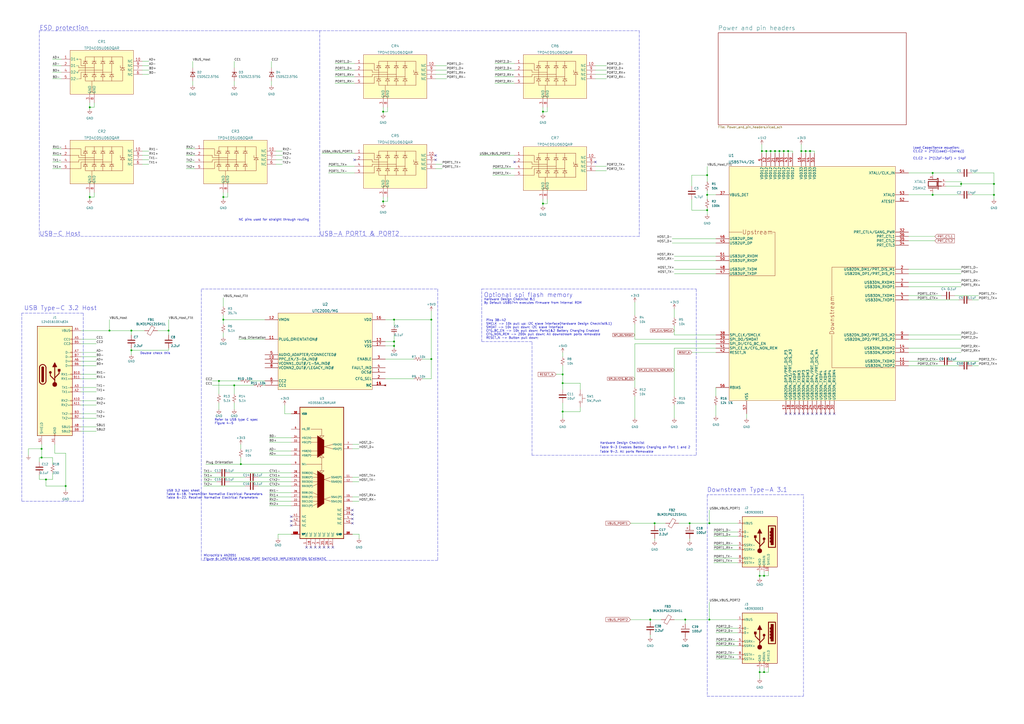
<source format=kicad_sch>
(kicad_sch (version 20211123) (generator eeschema)
  (paper "A2")
  (title_block (title "IAN'S USB HUB") (rev "1.0") (company "Exclusive Electronics"))
  (lib_symbols
    (symbol "Connector:USB3_A" (pin_names (offset 1.016))
      (property "Reference" "J" (at -10.16 15.24 0))
      (property "Value" "USB3_A" (at 10.16 15.24 0))
      (symbol "USB3_A_1_1"
        (pin power_in line (at 12.7 10.16 180) (length 2.54) (name "VBUS") (number "1"))
        (pin passive line (at -5.08 -17.78 90) (length 2.54) (name "SHIELD") (number "10"))
        (pin bidirectional line (at 12.7 5.08 180) (length 2.54) (name "D-") (number "2"))
        (pin bidirectional line (at 12.7 2.54 180) (length 2.54) (name "D+") (number "3"))
        (pin power_in line (at 0 -17.78 90) (length 2.54) (name "GND") (number "4"))
        (pin output line (at 12.7 -2.54 180) (length 2.54) (name "SSRX-") (number "5"))
        (pin output line (at 12.7 -5.08 180) (length 2.54) (name "SSRX+") (number "6"))
        (pin passive line (at -2.54 -17.78 90) (length 2.54) (name "DRAIN") (number "7"))
        (pin input line (at 12.7 -10.16 180) (length 2.54) (name "SSTX-") (number "8"))
        (pin input line (at 12.7 -12.7 180) (length 2.54) (name "SSTX+") (number "9"))
      )
    )
    (symbol "Connector:USB_C_Receptacle" (pin_names (offset 1.016))
      (property "Reference" "J" (at -10.16 29.21 0))
      (property "Value" "USB_C_Receptacle" (at 10.16 29.21 0))
      (symbol "USB_C_Receptacle_1_1"
        (pin passive line (at 0 -40.64 90) (length 5.08) (name "GND") (number "A1"))
        (pin bidirectional line (at 15.24 -15.24 180) (length 5.08) (name "RX2-") (number "A10"))
        (pin bidirectional line (at 15.24 -17.78 180) (length 5.08) (name "RX2+") (number "A11"))
        (pin passive line (at 0 -40.64 90) (length 5.08) hide (name "GND") (number "A12"))
        (pin bidirectional line (at 15.24 -10.16 180) (length 5.08) (name "TX1+") (number "A2"))
        (pin bidirectional line (at 15.24 -7.62 180) (length 5.08) (name "TX1-") (number "A3"))
        (pin passive line (at 15.24 25.4 180) (length 5.08) (name "VBUS") (number "A4"))
        (pin bidirectional line (at 15.24 20.32 180) (length 5.08) (name "CC1") (number "A5"))
        (pin bidirectional line (at 15.24 7.62 180) (length 5.08) (name "D+") (number "A6"))
        (pin bidirectional line (at 15.24 12.7 180) (length 5.08) (name "D-") (number "A7"))
        (pin bidirectional line (at 15.24 -30.48 180) (length 5.08) (name "SBU1") (number "A8"))
        (pin passive line (at 15.24 25.4 180) (length 5.08) hide (name "VBUS") (number "A9"))
        (pin passive line (at 0 -40.64 90) (length 5.08) hide (name "GND") (number "B1"))
        (pin bidirectional line (at 15.24 0 180) (length 5.08) (name "RX1-") (number "B10"))
        (pin bidirectional line (at 15.24 -2.54 180) (length 5.08) (name "RX1+") (number "B11"))
        (pin passive line (at 0 -40.64 90) (length 5.08) hide (name "GND") (number "B12"))
        (pin bidirectional line (at 15.24 -25.4 180) (length 5.08) (name "TX2+") (number "B2"))
        (pin bidirectional line (at 15.24 -22.86 180) (length 5.08) (name "TX2-") (number "B3"))
        (pin passive line (at 15.24 25.4 180) (length 5.08) hide (name "VBUS") (number "B4"))
        (pin bidirectional line (at 15.24 17.78 180) (length 5.08) (name "CC2") (number "B5"))
        (pin bidirectional line (at 15.24 5.08 180) (length 5.08) (name "D+") (number "B6"))
        (pin bidirectional line (at 15.24 10.16 180) (length 5.08) (name "D-") (number "B7"))
        (pin bidirectional line (at 15.24 -33.02 180) (length 5.08) (name "SBU2") (number "B8"))
        (pin passive line (at 15.24 25.4 180) (length 5.08) hide (name "VBUS") (number "B9"))
        (pin passive line (at -7.62 -40.64 90) (length 5.08) (name "SHIELD") (number "S1"))
      )
    )
    (symbol "Device:C" (pin_numbers hide) (pin_names (offset 0.254))
      (property "Reference" "C" (at 0.635 2.54 0))
      (property "Value" "C" (at 0.635 -2.54 0))
      (symbol "C_1_1"
        (pin passive line (at 0 3.81 270) (length 2.794) (name "~") (number "1"))
        (pin passive line (at 0 -3.81 90) (length 2.794) (name "~") (number "2"))
      )
    )
    (symbol "Device:C_Polarized" (pin_numbers hide) (pin_names (offset 0.254))
      (property "Reference" "C" (at 0.635 2.54 0))
      (property "Value" "C_Polarized" (at 0.635 -2.54 0))
      (symbol "C_Polarized_1_1"
        (pin passive line (at 0 3.81 270) (length 2.794) (name "~") (number "1"))
        (pin passive line (at 0 -3.81 90) (length 2.794) (name "~") (number "2"))
      )
    )
    (symbol "Device:C_Small" (pin_numbers hide) (pin_names (offset 0.254) hide)
      (property "Reference" "C" (at 0.254 1.778 0))
      (property "Value" "C_Small" (at 0.254 -2.032 0))
      (symbol "C_Small_1_1"
        (pin passive line (at 0 2.54 270) (length 2.032) (name "~") (number "1"))
        (pin passive line (at 0 -2.54 90) (length 2.032) (name "~") (number "2"))
      )
    )
    (symbol "Device:FerriteBead" (pin_numbers hide) (pin_names (offset 0))
      (property "Reference" "FB" (at -3.81 0.635 90))
      (property "Value" "FerriteBead" (at 3.81 0 90))
      (symbol "FerriteBead_1_1"
        (pin passive line (at 0 3.81 270) (length 2.54) (name "~") (number "1"))
        (pin passive line (at 0 -3.81 90) (length 2.54) (name "~") (number "2"))
      )
    )
    (symbol "Device:R_Small_US" (pin_numbers hide) (pin_names (offset 0.254) hide)
      (property "Reference" "R" (at 0.762 0.508 0))
      (property "Value" "R_Small_US" (at 0.762 -1.016 0))
      (symbol "R_Small_US_1_1"
        (pin passive line (at 0 2.54 270) (length 1.016) (name "~") (number "1"))
        (pin passive line (at 0 -2.54 90) (length 1.016) (name "~") (number "2"))
      )
    )
    (symbol "Diode:ESD5Zxx" (pin_numbers hide) (pin_names hide)
      (property "Reference" "D" (at 0 2.54 0))
      (property "Value" "ESD5Zxx" (at 0 -2.54 0))
      (symbol "ESD5Zxx_1_1"
        (pin passive line (at -3.81 0 0) (length 2.54) (name "K") (number "1"))
        (pin passive line (at 3.81 0 180) (length 2.54) (name "A") (number "2"))
      )
    )
    (symbol "ECS-250-12-33Q-JES-TR:ECS-250-12-33Q-JES-TR" (pin_names (offset 0.254))
      (property "Reference" "XTAL" (at 0 7.62 0))
      (property "Value" "ECS-250-12-33Q-JES-TR" (at 0 5.08 0))
      (symbol "ECS-250-12-33Q-JES-TR_0_0"
        (pin passive line (at -5.08 0 0) (length 2.54) (name "~") (number "1"))
        (pin power_in line (at -1.27 -7.62 90) (length 2.54) (name "~") (number "2"))
        (pin passive line (at 5.08 0 180) (length 2.54) (name "~") (number "3"))
        (pin power_in line (at 1.27 -7.62 90) (length 2.54) (name "~") (number "4"))
      )
    )
    (symbol "HD3SS6126RUAR:HD3SS6126RUAR" (pin_names (offset 1.016))
      (property "Reference" "U3" (at 0 43.18 0))
      (property "Value" "HD3SS6126RUAR" (at 0 40.64 0))
      (symbol "HD3SS6126RUAR_0_0"
        (pin power_in line (at 17.78 -35.56 180) (length 5.08) (name "GND") (number "10"))
        (pin bidirectional line (at 17.78 -2.54 180) (length 5.08) (name "SSA0(P)") (number "11"))
        (pin bidirectional line (at 17.78 -5.08 180) (length 5.08) (name "SSA0(N)") (number "12"))
        (pin power_in line (at -17.78 34.29 0) (length 5.08) (name "VDD") (number "13"))
        (pin power_in line (at 17.78 -35.56 180) (length 5.08) (name "GND") (number "14"))
        (pin bidirectional line (at 17.78 -13.97 180) (length 5.08) (name "SSA1(P)") (number "15"))
        (pin bidirectional line (at 17.78 -16.51 180) (length 5.08) (name "SSA1(N)") (number "16"))
        (pin power_in line (at 17.78 -35.56 180) (length 5.08) (name "GND") (number "17"))
        (pin power_in line (at 17.78 -35.56 180) (length 5.08) (name "GND") (number "19"))
        (pin power_in line (at -17.78 34.29 0) (length 5.08) (name "VDD") (number "20"))
        (pin power_in line (at 17.78 -35.56 180) (length 5.08) (name "GND") (number "21"))
        (pin bidirectional line (at -17.78 -16.51 0) (length 5.08) (name "SSC1(N)") (number "22"))
        (pin bidirectional line (at -17.78 -19.05 0) (length 5.08) (name "SSC1(P)") (number "23"))
        (pin bidirectional line (at -17.78 -5.08 0) (length 5.08) (name "SSC0(N)") (number "24"))
        (pin bidirectional line (at -17.78 -7.62 0) (length 5.08) (name "SSC0(P)") (number "25"))
        (pin bidirectional line (at -17.78 -11.43 0) (length 5.08) (name "SSB1(N)") (number "26"))
        (pin bidirectional line (at -17.78 -13.97 0) (length 5.08) (name "SSB1(P)") (number "27"))
        (pin bidirectional line (at -17.78 0 0) (length 5.08) (name "SSB0(N)") (number "28"))
        (pin bidirectional line (at -17.78 -2.54 0) (length 5.08) (name "SSB0(P)") (number "29"))
        (pin power_in line (at -17.78 34.29 0) (length 5.08) (name "VDD") (number "30"))
        (pin bidirectional line (at -17.78 10.16 0) (length 5.08) (name "HSB(P)") (number "31"))
        (pin bidirectional line (at -17.78 12.7 0) (length 5.08) (name "HSB(N)") (number "32"))
        (pin bidirectional line (at -17.78 17.78 0) (length 5.08) (name "HSC(P)") (number "33"))
        (pin bidirectional line (at -17.78 20.32 0) (length 5.08) (name "HSC(N)") (number "34"))
        (pin bidirectional line (at -17.78 -35.56 0) (length 5.08) (name "TP") (number "43"))
        (pin input line (at -17.78 25.4 0) (length 5.08) (name "HS_~{OE}") (number "6"))
        (pin bidirectional line (at 17.78 16.51 180) (length 5.08) (name "HSA(N)") (number "7"))
        (pin bidirectional line (at 17.78 13.97 180) (length 5.08) (name "HSA(P)") (number "8"))
        (pin input line (at -17.78 5.08 0) (length 5.08) (name "SEL") (number "9"))
        (pin bidirectional line (at -17.78 -35.56 0) (length 5.08) (name "TP") (number "E1"))
        (pin bidirectional line (at -17.78 -35.56 0) (length 5.08) (name "TP") (number "E10"))
        (pin bidirectional line (at -17.78 -35.56 0) (length 5.08) (name "TP") (number "E11"))
        (pin bidirectional line (at -17.78 -35.56 0) (length 5.08) (name "TP") (number "E12"))
        (pin bidirectional line (at -17.78 -35.56 0) (length 5.08) (name "TP") (number "E13"))
        (pin bidirectional line (at -17.78 -35.56 0) (length 5.08) (name "TP") (number "E14"))
        (pin bidirectional line (at -17.78 -35.56 0) (length 5.08) (name "TP") (number "E2"))
        (pin bidirectional line (at -17.78 -35.56 0) (length 5.08) (name "TP") (number "E3"))
        (pin bidirectional line (at -17.78 -35.56 0) (length 5.08) (name "TP") (number "E4"))
        (pin bidirectional line (at -17.78 -35.56 0) (length 5.08) (name "TP") (number "E5"))
        (pin bidirectional line (at -17.78 -35.56 0) (length 5.08) (name "TP") (number "E6"))
        (pin bidirectional line (at -17.78 -35.56 0) (length 5.08) (name "TP") (number "E7"))
        (pin bidirectional line (at -17.78 -35.56 0) (length 5.08) (name "TP") (number "E8"))
        (pin bidirectional line (at -17.78 -35.56 0) (length 5.08) (name "TP") (number "E9"))
      )
      (symbol "HD3SS6126RUAR_1_1"
        (pin unspecified line (at -8.89 -43.18 90) (length 5.08) (name "NC") (number "1"))
        (pin unspecified line (at -6.35 -43.18 90) (length 5.08) (name "NC") (number "18"))
        (pin unspecified line (at -3.81 -43.18 90) (length 5.08) (name "NC") (number "2"))
        (pin unspecified line (at -1.27 -43.18 90) (length 5.08) (name "NC") (number "3"))
        (pin unspecified line (at 1.27 -43.18 90) (length 5.08) (name "NC") (number "35"))
        (pin unspecified line (at 3.81 -43.18 90) (length 5.08) (name "NC") (number "36"))
        (pin unspecified line (at 6.35 -43.18 90) (length 5.08) (name "NC") (number "37"))
        (pin unspecified line (at 17.78 -21.59 180) (length 5.08) (name "NC") (number "38"))
        (pin unspecified line (at 17.78 -24.13 180) (length 5.08) (name "NC") (number "39"))
        (pin unspecified line (at 17.78 -26.67 180) (length 5.08) (name "NC") (number "4"))
        (pin unspecified line (at 17.78 -29.21 180) (length 5.08) (name "NC") (number "40"))
        (pin unspecified line (at -17.78 -25.4 0) (length 5.08) (name "NC") (number "41"))
        (pin unspecified line (at -17.78 -27.94 0) (length 5.08) (name "NC") (number "42"))
        (pin unspecified line (at -17.78 -30.48 0) (length 5.08) (name "NC") (number "5"))
      )
    )
    (symbol "Switch:SW_Push" (pin_numbers hide) (pin_names (offset 1.016) hide)
      (property "Reference" "SW" (at 1.27 2.54 0))
      (property "Value" "SW_Push" (at 0 -1.524 0))
      (symbol "SW_Push_0_1"
        (pin passive line (at -5.08 0 0) (length 2.54) (name "1") (number "1"))
        (pin passive line (at 5.08 0 180) (length 2.54) (name "2") (number "2"))
      )
    )
    (symbol "TPD4E05U06DQAR:TPD4E05U06DQAR" (pin_names (offset 0.254))
      (property "Reference" "U?" (at 5.08 16.51 0))
      (property "Value" "TPD4E05U06DQAR" (at 5.08 13.97 0))
      (symbol "TPD4E05U06DQAR_1_1"
        (pin bidirectional line (at -17.78 6.35 0) (length 5.08) (name "D1+") (number "1"))
        (pin unspecified line (at 29.21 5.08 180) (length 5.08) (name "NC") (number "10"))
        (pin bidirectional line (at -17.78 2.54 0) (length 5.08) (name "D1-") (number "2"))
        (pin power_in line (at -1.27 -19.05 90) (length 5.08) (name "GND") (number "3"))
        (pin bidirectional line (at -17.78 -1.27 0) (length 5.08) (name "D2+") (number "4"))
        (pin bidirectional line (at -17.78 -5.08 0) (length 5.08) (name "D2-") (number "5"))
        (pin unspecified line (at 29.21 -2.54 180) (length 5.08) (name "NC") (number "6"))
        (pin unspecified line (at 29.21 0 180) (length 5.08) (name "NC") (number "7"))
        (pin power_in line (at 1.27 -19.05 90) (length 5.08) (name "GND") (number "8"))
        (pin unspecified line (at 29.21 2.54 180) (length 5.08) (name "NC") (number "9"))
      )
    )
    (symbol "TPD4E05U06DQAR_1" (pin_names (offset 0.254))
      (property "Reference" "CR6" (at 5.715 16.51 0))
      (property "Value" "TPD4E05U06DQAR_1" (at 5.715 12.7 0))
      (symbol "TPD4E05U06DQAR_1_1_1"
        (pin bidirectional line (at -17.78 6.35 0) (length 5.08) (name "") (number "1"))
        (pin unspecified line (at 29.21 5.08 180) (length 5.08) (name "NC") (number "10"))
        (pin bidirectional line (at -17.78 2.54 0) (length 5.08) (name "") (number "2"))
        (pin power_in line (at -1.27 -19.05 90) (length 5.08) (name "GND") (number "3"))
        (pin bidirectional line (at -17.78 -1.27 0) (length 5.08) (name "") (number "4"))
        (pin bidirectional line (at -17.78 -5.08 0) (length 5.08) (name "") (number "5"))
        (pin unspecified line (at 29.21 -2.54 180) (length 5.08) (name "NC") (number "6"))
        (pin unspecified line (at 29.21 0 180) (length 5.08) (name "NC") (number "7"))
        (pin power_in line (at 1.27 -19.05 90) (length 5.08) (name "GND") (number "8"))
        (pin unspecified line (at 29.21 2.54 180) (length 5.08) (name "NC") (number "9"))
      )
    )
    (symbol "USB3.0 HUB:USB5744{brace}slash}2G" (pin_names (offset 0.254))
      (property "Reference" "U1" (at 7.2251 36.83 0))
      (property "Value" "USB5744/2G" (at 7.2251 33.02 0))
      (symbol "USB5744{brace}slash}2G_0_0"
        (text "Downstream" (at 67.31 -55.88 900) (effects (font (size 2.54 2.54))))
        (text "Upstream" (at 24.13 -7.62 0) (effects (font (size 2.54 2.54))))
      )
      (symbol "USB5744{brace}slash}2G_1_1"
        (pin bidirectional line (at 111.76 -31.75 180) (length 7.62) (name "USB2DN_DP1/PRT_DIS_P1") (number "1"))
        (pin bidirectional line (at 111.76 -85.09 180) (length 7.62) (name "USB3DN_TXDP2") (number "10"))
        (pin bidirectional line (at 111.76 -82.55 180) (length 7.62) (name "USB3DN_TXDM2") (number "11"))
        (pin power_in line (at 29.21 38.1 270) (length 7.62) (name "VDD12") (number "12"))
        (pin bidirectional line (at 111.76 -77.47 180) (length 7.62) (name "USB3DN_RXDP2") (number "13"))
        (pin bidirectional line (at 111.76 -74.93 180) (length 7.62) (name "USB3DN_RXDM2") (number "14"))
        (pin power_in line (at 31.75 38.1 270) (length 7.62) (name "VDD12") (number "15"))
        (pin power_in line (at 49.53 38.1 270) (length 7.62) (name "VDD33") (number "16"))
        (pin bidirectional line (at 40.64 -113.03 90) (length 7.62) (name "USB2DN_DP3/PRT_DIS_P3") (number "17"))
        (pin bidirectional line (at 43.18 -113.03 90) (length 7.62) (name "USB2DN_DM3/PRT_DIS_M3") (number "18"))
        (pin bidirectional line (at 45.72 -113.03 90) (length 7.62) (name "USB3DN_TXDP3") (number "19"))
        (pin bidirectional line (at 111.76 -29.21 180) (length 7.62) (name "USB2DN_DM1/PRT_DIS_M1") (number "2"))
        (pin bidirectional line (at 48.26 -113.03 90) (length 7.62) (name "USB3DN_TXDM3") (number "20"))
        (pin power_in line (at 34.29 38.1 270) (length 7.62) (name "VDD12") (number "21"))
        (pin bidirectional line (at 50.8 -113.03 90) (length 7.62) (name "USB3DN_RXDP3") (number "22"))
        (pin bidirectional line (at 53.34 -113.03 90) (length 7.62) (name "USB3DN_RXDM3") (number "23"))
        (pin bidirectional line (at 55.88 -113.03 90) (length 7.62) (name "USB2DN_DP4/PRT_DIS_P4") (number "24"))
        (pin bidirectional line (at 58.42 -113.03 90) (length 7.62) (name "USB2DN_DM4/PRT_DIS_M4") (number "25"))
        (pin bidirectional line (at 60.96 -113.03 90) (length 7.62) (name "USB3DN_TXDP4") (number "26"))
        (pin bidirectional line (at 63.5 -113.03 90) (length 7.62) (name "USB3DN_TXDM4") (number "27"))
        (pin power_in line (at 36.83 38.1 270) (length 7.62) (name "VDD12") (number "28"))
        (pin bidirectional line (at 66.04 -113.03 90) (length 7.62) (name "USB3DN_RXDP4") (number "29"))
        (pin bidirectional line (at 111.76 -46.99 180) (length 7.62) (name "USB3DN_TXDP1") (number "3"))
        (pin bidirectional line (at 68.58 -113.03 90) (length 7.62) (name "USB3DN_RXDM4") (number "30"))
        (pin power_in line (at 52.07 38.1 270) (length 7.62) (name "VDD33") (number "31"))
        (pin input line (at 111.76 -7.62 180) (length 7.62) (name "PRT_CTL4/GANG_PWR") (number "32"))
        (pin power_in line (at 39.37 38.1 270) (length 7.62) (name "VDD12") (number "33"))
        (pin input line (at 111.76 -15.24 180) (length 7.62) (name "PRT_CTL3") (number "34"))
        (pin input line (at 111.76 -12.7 180) (length 7.62) (name "PRT_CTL2") (number "35"))
        (pin input line (at 111.76 -10.16 180) (length 7.62) (name "PRT_CTL1") (number "36"))
        (pin input line (at 0 13.97 0) (length 7.62) (name "VBUS_DET") (number "37"))
        (pin bidirectional line (at 0 -67.31 0) (length 7.62) (name "SPI_CLK/SMCLK") (number "38"))
        (pin bidirectional line (at 0 -69.85 0) (length 7.62) (name "SPI_DO/SMDAT") (number "39"))
        (pin bidirectional line (at 111.76 -44.45 180) (length 7.62) (name "USB3DN_TXDM1") (number "4"))
        (pin bidirectional line (at 0 -72.39 0) (length 7.62) (name "SPI_DI/CFG_BC_EN") (number "40"))
        (pin bidirectional line (at 0 -74.93 0) (length 7.62) (name "SPI_CE_N/CFG_NON_REM") (number "41"))
        (pin input line (at 0 -77.47 0) (length 7.62) (name "RESET_N") (number "42"))
        (pin power_in line (at 41.91 38.1 270) (length 7.62) (name "VDD12") (number "43"))
        (pin power_in line (at 54.61 38.1 270) (length 7.62) (name "VDD33") (number "44"))
        (pin bidirectional line (at 0 -13.97 0) (length 7.62) (name "USB2UP_DP") (number "45"))
        (pin bidirectional line (at 0 -11.43 0) (length 7.62) (name "USB2UP_DM") (number "46"))
        (pin bidirectional line (at 0 -31.75 0) (length 7.62) (name "USB3UP_TXDP") (number "47"))
        (pin bidirectional line (at 0 -29.21 0) (length 7.62) (name "USB3UP_TXDM") (number "48"))
        (pin power_in line (at 44.45 38.1 270) (length 7.62) (name "VDD12") (number "49"))
        (pin power_in line (at 26.67 38.1 270) (length 7.62) (name "VDD12") (number "5"))
        (pin bidirectional line (at 0 -24.13 0) (length 7.62) (name "USB3UP_RXDP") (number "50"))
        (pin bidirectional line (at 0 -21.59 0) (length 7.62) (name "USB3UP_RXDM") (number "51"))
        (pin unspecified line (at 111.76 10.16 180) (length 7.62) (name "ATESET") (number "52"))
        (pin output line (at 111.76 13.97 180) (length 7.62) (name "XTALO") (number "53"))
        (pin input line (at 111.76 26.67 180) (length 7.62) (name "XTALI/CLK_IN") (number "54"))
        (pin power_in line (at 57.15 38.1 270) (length 7.62) (name "VDD33") (number "55"))
        (pin unspecified line (at 0 -97.79 0) (length 7.62) (name "RBIAS") (number "56"))
        (pin power_in line (at 17.78 -113.03 90) (length 7.62) (name "VSS") (number "57"))
        (pin bidirectional line (at 111.76 -39.37 180) (length 7.62) (name "USB3DN_RXDP1") (number "6"))
        (pin bidirectional line (at 111.76 -36.83 180) (length 7.62) (name "USB3DN_RXDM1") (number "7"))
        (pin bidirectional line (at 111.76 -69.85 180) (length 7.62) (name "USB2DN_DP2/PRT_DIS_P2") (number "8"))
        (pin bidirectional line (at 111.76 -67.31 180) (length 7.62) (name "USB2DN_DM2/PRT_DIS_M2") (number "9"))
      )
    )
    (symbol "UTC2000-I{slash}MG_1" (pin_names (offset 0.254))
      (property "Reference" "U?" (at -0.635 25.4 0))
      (property "Value" "UTC2000-I/MG" (at -0.635 21.59 0))
      (symbol "UTC2000-I{slash}MG_1_1_1"
        (pin input line (at 34.29 -13.97 180) (length 7.62) (name "OCS#") (number "1"))
        (pin output line (at -35.56 -6.35 0) (length 7.62) (name "PPC_EN/3-0A_IND#") (number "10"))
        (pin output line (at -35.56 5.08 0) (length 7.62) (name "PLUG_ORIENTATION#") (number "11"))
        (pin unspecified line (at -35.56 16.51 0) (length 7.62) (name "VMON") (number "12"))
        (pin power_in line (at 34.29 3.81 180) (length 7.62) (name "VSS") (number "13"))
        (pin no_connect line (at 34.29 -21.59 180) (length 7.62) (name "NC") (number "14"))
        (pin no_connect line (at 34.29 -21.59 180) (length 7.62) (name "NC") (number "15"))
        (pin power_in line (at 34.29 16.51 180) (length 7.62) (name "VDD") (number "16"))
        (pin power_in line (at 34.29 1.27 180) (length 7.62) (name "VSS") (number "17"))
        (pin unspecified line (at 34.29 -17.78 180) (length 7.62) (name "CFG_SEL") (number "2"))
        (pin input line (at 34.29 -6.35 180) (length 7.62) (name "ENABLE") (number "3"))
        (pin output line (at 34.29 -11.43 180) (length 7.62) (name "FAULT_IND") (number "4"))
        (pin output line (at -35.56 -3.81 0) (length 7.62) (name "AUDIO_ADAPTER/CONNECTED#") (number "5"))
        (pin unspecified line (at -35.56 -19.05 0) (length 7.62) (name "CC2") (number "6"))
        (pin unspecified line (at -35.56 -21.59 0) (length 7.62) (name "CC1") (number "7"))
        (pin output line (at -35.56 -11.43 0) (length 7.62) (name "VCONN2_OUT#/LEGACY_IND#") (number "8"))
        (pin output line (at -35.56 -8.89 0) (length 7.62) (name "VCONN1_OUT#/1-5A_IND#") (number "9"))
      )
    )
    (symbol "power:+1V2" (power) (pin_names (offset 0))
      (property "Value" "+1V2" (at 0 3.556 0))
      (symbol "+1V2_1_1"
        (pin power_in line (at 0 0 90) (length 0) hide (name "+1V2") (number "1"))
      )
    )
    (symbol "power:+3V3" (power) (pin_names (offset 0))
      (property "Value" "+3V3" (at 0 3.556 0))
      (symbol "+3V3_1_1"
        (pin power_in line (at 0 0 90) (length 0) hide (name "+3V3") (number "1"))
      )
    )
    (symbol "power:+5VD" (power) (pin_names (offset 0))
      (property "Value" "+5VD" (at 0 3.556 0))
      (symbol "+5VD_1_1"
        (pin power_in line (at 0 0 90) (length 0) hide (name "+5VD") (number "1"))
      )
    )
    (symbol "power:Earth" (power) (pin_names (offset 0))
      (symbol "Earth_1_1"
        (pin power_in line (at 0 0 270) (length 0) hide (name "Earth") (number "1"))
      )
    )
    (symbol "power:GND" (power) (pin_names (offset 0))
      (property "Value" "GND" (at 0 -3.81 0))
      (symbol "GND_1_1"
        (pin power_in line (at 0 0 270) (length 0) hide (name "GND") (number "1"))
      )
    )
  )
  (bus_alias "DB" (members "D+B" "D-B"))
  (junction (at 440.69 389.89))
  (junction (at 410.21 113.03))
  (junction (at 377.19 359.41))
  (junction (at 443.23 389.89))
  (junction (at 250.19 208.28))
  (junction (at 26.67 278.13))
  (junction (at 576.58 106.68))
  (junction (at 410.21 121.92))
  (junction (at 447.04 87.63))
  (junction (at 52.07 114.3))
  (junction (at 440.69 334.01))
  (junction (at 467.36 87.63))
  (junction (at 443.23 334.01))
  (junction (at 52.07 62.23))
  (junction (at 452.12 87.63))
  (junction (at 76.2 203.2))
  (junction (at 326.39 222.25))
  (junction (at 326.39 238.76))
  (junction (at 400.05 303.53))
  (junction (at 129.54 185.42))
  (junction (at 24.13 260.35))
  (junction (at 97.79 191.77))
  (junction (at 454.66 87.63))
  (junction (at 410.21 101.6))
  (junction (at 38.1 281.94))
  (junction (at 379.73 303.53))
  (junction (at 24.13 265.43))
  (junction (at 469.9 87.63))
  (junction (at 135.89 223.52))
  (junction (at 228.6 200.66))
  (junction (at 541.02 100.33))
  (junction (at 411.48 359.41))
  (junction (at 557.53 106.68))
  (junction (at 541.02 113.03))
  (junction (at 411.48 303.53))
  (junction (at 76.2 191.77))
  (junction (at 228.6 185.42))
  (junction (at 127 220.98))
  (junction (at 228.6 198.12))
  (junction (at 250.19 185.42))
  (junction (at 222.25 64.77))
  (junction (at 576.58 113.03))
  (junction (at 441.96 87.63))
  (junction (at 314.96 118.11))
  (junction (at 444.5 87.63))
  (junction (at 139.7 269.24))
  (junction (at 222.25 116.84))
  (junction (at 397.51 359.41))
  (junction (at 326.39 217.17))
  (junction (at 129.54 114.3))
  (junction (at 63.5 191.77))
  (junction (at 457.2 87.63))
  (junction (at 449.58 87.63))
  (junction (at 314.96 64.77))
  (junction (at 464.82 87.63))
  (no_connect (at 345.44 93.98))
  (no_connect (at 476.25 240.03))
  (no_connect (at 466.09 240.03))
  (no_connect (at 471.17 240.03))
  (no_connect (at 193.04 317.5))
  (no_connect (at 473.71 240.03))
  (no_connect (at 463.55 240.03))
  (no_connect (at 204.47 295.91))
  (no_connect (at 455.93 240.03))
  (no_connect (at 204.47 298.45))
  (no_connect (at 252.73 92.71))
  (no_connect (at 168.91 302.26))
  (no_connect (at 458.47 240.03))
  (no_connect (at 204.47 300.99))
  (no_connect (at 483.87 240.03))
  (no_connect (at 205.74 92.71))
  (no_connect (at 177.8 317.5))
  (no_connect (at 168.91 304.8))
  (no_connect (at 168.91 299.72))
  (no_connect (at 180.34 317.5))
  (no_connect (at 468.63 240.03))
  (no_connect (at 252.73 90.17))
  (no_connect (at 204.47 303.53))
  (no_connect (at 298.45 93.98))
  (no_connect (at 190.5 317.5))
  (no_connect (at 461.01 240.03))
  (no_connect (at 187.96 317.5))
  (no_connect (at 182.88 317.5))
  (no_connect (at 478.79 240.03))
  (no_connect (at 185.42 317.5))
  (no_connect (at 481.33 240.03))
  (wire (pts (xy 111.76 35.56) (xy 111.76 39.37)))
  (wire (pts (xy 52.07 59.69) (xy 52.07 62.23)))
  (polyline (pts (xy 22.86 17.78) (xy 22.86 137.16)))
  (wire (pts (xy 527.05 163.83) (xy 557.53 163.83)))
  (wire (pts (xy 467.36 88.9) (xy 467.36 87.63)))
  (wire (pts (xy 46.99 234.95) (xy 55.88 234.95)))
  (wire (pts (xy 250.19 208.28) (xy 250.19 185.42)))
  (wire (pts (xy 563.88 212.09) (xy 567.69 212.09)))
  (wire (pts (xy 433.07 240.03) (xy 433.07 242.57)))
  (wire (pts (xy 401.32 121.92) (xy 410.21 121.92)))
  (wire (pts (xy 24.13 260.35) (xy 24.13 265.43)))
  (wire (pts (xy 345.44 38.1) (xy 351.79 38.1)))
  (wire (pts (xy 52.07 114.3) (xy 52.07 115.57)))
  (wire (pts (xy 54.61 111.76) (xy 54.61 114.3)))
  (wire (pts (xy 139.7 265.43) (xy 139.7 269.24)))
  (wire (pts (xy 127 233.68) (xy 127 237.49)))
  (wire (pts (xy 250.19 180.34) (xy 250.19 185.42)))
  (wire (pts (xy 415.29 382.27) (xy 427.99 382.27)))
  (wire (pts (xy 541.02 111.76) (xy 541.02 113.03)))
  (wire (pts (xy 82.55 87.63) (xy 86.36 87.63)))
  (wire (pts (xy 156.21 256.54) (xy 168.91 256.54)))
  (wire (pts (xy 411.48 303.53) (xy 427.99 303.53)))
  (wire (pts (xy 82.55 90.17) (xy 86.36 90.17)))
  (wire (pts (xy 469.9 88.9) (xy 469.9 87.63)))
  (wire (pts (xy 443.23 331.47) (xy 443.23 334.01)))
  (wire (pts (xy 415.29 372.11) (xy 427.99 372.11)))
  (wire (pts (xy 326.39 212.09) (xy 326.39 217.17)))
  (wire (pts (xy 459.74 87.63) (xy 457.2 87.63)))
  (wire (pts (xy 76.2 203.2) (xy 76.2 201.93)))
  (wire (pts (xy 527.05 204.47) (xy 557.53 204.47)))
  (wire (pts (xy 576.58 100.33) (xy 576.58 106.68)))
  (wire (pts (xy 30.48 86.36) (xy 35.56 86.36)))
  (wire (pts (xy 156.21 254) (xy 168.91 254)))
  (wire (pts (xy 26.67 281.94) (xy 26.67 278.13)))
  (wire (pts (xy 452.12 87.63) (xy 452.12 88.9)))
  (polyline (pts (xy 22.86 17.78) (xy 370.84 17.78)))
  (wire (pts (xy 156.21 261.62) (xy 168.91 261.62)))
  (wire (pts (xy 223.52 219.71) (xy 240.03 219.71)))
  (wire (pts (xy 414.02 323.85) (xy 427.99 323.85)))
  (wire (pts (xy 440.69 334.01) (xy 443.23 334.01)))
  (wire (pts (xy 156.21 293.37) (xy 168.91 293.37)))
  (wire (pts (xy 30.48 41.91) (xy 35.56 41.91)))
  (wire (pts (xy 224.79 116.84) (xy 222.25 116.84)))
  (wire (pts (xy 16.51 260.35) (xy 24.13 260.35)))
  (wire (pts (xy 204.47 257.81) (xy 208.28 257.81)))
  (wire (pts (xy 223.52 200.66) (xy 228.6 200.66)))
  (wire (pts (xy 400.05 303.53) (xy 411.48 303.53)))
  (wire (pts (xy 46.99 212.09) (xy 55.88 212.09)))
  (wire (pts (xy 326.39 217.17) (xy 326.39 222.25)))
  (wire (pts (xy 46.99 219.71) (xy 55.88 219.71)))
  (wire (pts (xy 54.61 59.69) (xy 54.61 62.23)))
  (wire (pts (xy 118.11 279.4) (xy 125.73 279.4)))
  (wire (pts (xy 194.31 48.26) (xy 205.74 48.26)))
  (wire (pts (xy 576.58 113.03) (xy 563.88 113.03)))
  (wire (pts (xy 391.16 148.59) (xy 415.29 148.59)))
  (wire (pts (xy 156.21 285.75) (xy 168.91 285.75)))
  (polyline (pts (xy 12.7 290.83) (xy 48.26 290.83)))
  (wire (pts (xy 414.02 308.61) (xy 427.99 308.61)))
  (wire (pts (xy 127 220.98) (xy 139.7 220.98)))
  (wire (pts (xy 401.32 107.95) (xy 401.32 101.6)))
  (wire (pts (xy 224.79 114.3) (xy 224.79 116.84)))
  (wire (pts (xy 440.69 331.47) (xy 440.69 334.01)))
  (wire (pts (xy 38.1 281.94) (xy 38.1 284.48)))
  (wire (pts (xy 368.3 229.87) (xy 368.3 242.57)))
  (wire (pts (xy 76.2 203.2) (xy 76.2 205.74)))
  (wire (pts (xy 82.55 38.1) (xy 86.36 38.1)))
  (wire (pts (xy 46.99 240.03) (xy 55.88 240.03)))
  (wire (pts (xy 38.1 262.89) (xy 31.75 262.89)))
  (wire (pts (xy 322.58 217.17) (xy 326.39 217.17)))
  (wire (pts (xy 160.02 87.63) (xy 163.83 87.63)))
  (wire (pts (xy 82.55 95.25) (xy 86.36 95.25)))
  (wire (pts (xy 411.48 349.25) (xy 411.48 359.41)))
  (wire (pts (xy 314.96 64.77) (xy 314.96 66.04)))
  (wire (pts (xy 204.47 288.29) (xy 208.28 288.29)))
  (wire (pts (xy 129.54 182.88) (xy 129.54 185.42)))
  (wire (pts (xy 149.86 276.86) (xy 168.91 276.86)))
  (wire (pts (xy 454.66 87.63) (xy 452.12 87.63)))
  (wire (pts (xy 457.2 87.63) (xy 454.66 87.63)))
  (wire (pts (xy 365.76 303.53) (xy 379.73 303.53)))
  (wire (pts (xy 107.95 90.17) (xy 113.03 90.17)))
  (wire (pts (xy 46.99 232.41) (xy 55.88 232.41)))
  (wire (pts (xy 107.95 86.36) (xy 113.03 86.36)))
  (wire (pts (xy 326.39 233.68) (xy 326.39 238.76)))
  (wire (pts (xy 391.16 229.87) (xy 391.16 201.93)))
  (wire (pts (xy 107.95 93.98) (xy 113.03 93.98)))
  (wire (pts (xy 541.02 100.33) (xy 556.26 100.33)))
  (polyline (pts (xy 279.4 167.64) (xy 403.86 167.64)))
  (wire (pts (xy 129.54 172.72) (xy 129.54 177.8)))
  (wire (pts (xy 30.48 45.72) (xy 35.56 45.72)))
  (wire (pts (xy 97.79 191.77) (xy 97.79 185.42)))
  (wire (pts (xy 149.86 281.94) (xy 168.91 281.94)))
  (polyline (pts (xy 254 167.64) (xy 254 325.12)))
  (wire (pts (xy 46.99 207.01) (xy 55.88 207.01)))
  (wire (pts (xy 157.48 35.56) (xy 157.48 39.37)))
  (polyline (pts (xy 12.7 181.61) (xy 12.7 290.83)))
  (wire (pts (xy 54.61 62.23) (xy 52.07 62.23)))
  (wire (pts (xy 389.89 138.43) (xy 415.29 138.43)))
  (wire (pts (xy 391.16 189.23) (xy 391.16 194.31)))
  (wire (pts (xy 138.43 196.85) (xy 153.67 196.85)))
  (wire (pts (xy 118.11 274.32) (xy 125.73 274.32)))
  (wire (pts (xy 464.82 87.63) (xy 464.82 88.9)))
  (wire (pts (xy 208.28 312.42) (xy 208.28 309.88)))
  (wire (pts (xy 415.29 194.31) (xy 391.16 194.31)))
  (wire (pts (xy 22.86 265.43) (xy 24.13 265.43)))
  (wire (pts (xy 317.5 62.23) (xy 317.5 64.77)))
  (wire (pts (xy 548.64 105.41) (xy 557.53 105.41)))
  (wire (pts (xy 129.54 114.3) (xy 129.54 115.57)))
  (wire (pts (xy 156.21 288.29) (xy 168.91 288.29)))
  (wire (pts (xy 401.32 101.6) (xy 410.21 101.6)))
  (wire (pts (xy 156.21 264.16) (xy 168.91 264.16)))
  (wire (pts (xy 410.21 121.92) (xy 410.21 124.46)))
  (wire (pts (xy 576.58 113.03) (xy 576.58 115.57)))
  (wire (pts (xy 204.47 260.35) (xy 208.28 260.35)))
  (wire (pts (xy 144.78 220.98) (xy 153.67 220.98)))
  (wire (pts (xy 186.69 88.9) (xy 205.74 88.9)))
  (wire (pts (xy 252.73 40.64) (xy 259.08 40.64)))
  (wire (pts (xy 445.77 387.35) (xy 445.77 389.89)))
  (wire (pts (xy 397.51 359.41) (xy 411.48 359.41)))
  (polyline (pts (xy 308.61 198.12) (xy 279.4 198.12)))
  (wire (pts (xy 414.02 311.15) (xy 427.99 311.15)))
  (wire (pts (xy 576.58 100.33) (xy 563.88 100.33)))
  (wire (pts (xy 391.16 151.13) (xy 415.29 151.13)))
  (wire (pts (xy 527.05 113.03) (xy 541.02 113.03)))
  (wire (pts (xy 557.53 107.95) (xy 557.53 106.68)))
  (wire (pts (xy 190.5 100.33) (xy 205.74 100.33)))
  (wire (pts (xy 46.99 196.85) (xy 55.88 196.85)))
  (wire (pts (xy 252.73 43.18) (xy 259.08 43.18)))
  (wire (pts (xy 441.96 83.82) (xy 441.96 87.63)))
  (wire (pts (xy 326.39 222.25) (xy 326.39 226.06)))
  (wire (pts (xy 541.02 113.03) (xy 556.26 113.03)))
  (wire (pts (xy 252.73 97.79) (xy 256.54 97.79)))
  (wire (pts (xy 224.79 64.77) (xy 222.25 64.77)))
  (wire (pts (xy 410.21 120.65) (xy 410.21 121.92)))
  (wire (pts (xy 135.89 223.52) (xy 135.89 228.6)))
  (wire (pts (xy 336.55 222.25) (xy 326.39 222.25)))
  (wire (pts (xy 160.02 95.25) (xy 163.83 95.25)))
  (wire (pts (xy 129.54 111.76) (xy 129.54 114.3)))
  (wire (pts (xy 472.44 87.63) (xy 469.9 87.63)))
  (wire (pts (xy 135.89 233.68) (xy 135.89 237.49)))
  (wire (pts (xy 326.39 238.76) (xy 326.39 242.57)))
  (wire (pts (xy 415.29 234.95) (xy 415.29 241.3)))
  (wire (pts (xy 133.35 274.32) (xy 168.91 274.32)))
  (wire (pts (xy 467.36 87.63) (xy 464.82 87.63)))
  (wire (pts (xy 250.19 219.71) (xy 245.11 219.71)))
  (wire (pts (xy 63.5 191.77) (xy 76.2 191.77)))
  (wire (pts (xy 410.21 113.03) (xy 415.29 113.03)))
  (wire (pts (xy 228.6 185.42) (xy 223.52 185.42)))
  (wire (pts (xy 287.02 44.45) (xy 298.45 44.45)))
  (wire (pts (xy 223.52 198.12) (xy 228.6 198.12)))
  (wire (pts (xy 160.02 92.71) (xy 163.83 92.71)))
  (wire (pts (xy 223.52 208.28) (xy 240.03 208.28)))
  (wire (pts (xy 472.44 88.9) (xy 472.44 87.63)))
  (wire (pts (xy 368.3 196.85) (xy 415.29 196.85)))
  (wire (pts (xy 552.45 209.55) (xy 567.69 209.55)))
  (wire (pts (xy 252.73 38.1) (xy 259.08 38.1)))
  (wire (pts (xy 222.25 114.3) (xy 222.25 116.84)))
  (wire (pts (xy 414.02 326.39) (xy 427.99 326.39)))
  (wire (pts (xy 76.2 191.77) (xy 83.82 191.77)))
  (wire (pts (xy 459.74 88.9) (xy 459.74 87.63)))
  (wire (pts (xy 287.02 36.83) (xy 298.45 36.83)))
  (wire (pts (xy 365.76 359.41) (xy 377.19 359.41)))
  (wire (pts (xy 208.28 309.88) (xy 204.47 309.88)))
  (wire (pts (xy 157.48 46.99) (xy 157.48 49.53)))
  (wire (pts (xy 46.99 224.79) (xy 55.88 224.79)))
  (wire (pts (xy 527.05 209.55) (xy 544.83 209.55)))
  (wire (pts (xy 345.44 45.72) (xy 351.79 45.72)))
  (wire (pts (xy 548.64 107.95) (xy 557.53 107.95)))
  (wire (pts (xy 24.13 265.43) (xy 30.48 265.43)))
  (wire (pts (xy 527.05 171.45) (xy 546.1 171.45)))
  (wire (pts (xy 457.2 87.63) (xy 457.2 88.9)))
  (wire (pts (xy 46.99 250.19) (xy 55.88 250.19)))
  (wire (pts (xy 345.44 96.52) (xy 351.79 96.52)))
  (wire (pts (xy 204.47 290.83) (xy 208.28 290.83)))
  (polyline (pts (xy 403.86 264.16) (xy 308.61 264.16)))
  (wire (pts (xy 400.05 303.53) (xy 400.05 304.8)))
  (wire (pts (xy 440.69 387.35) (xy 440.69 389.89)))
  (wire (pts (xy 285.75 97.79) (xy 298.45 97.79)))
  (wire (pts (xy 410.21 113.03) (xy 410.21 115.57)))
  (wire (pts (xy 377.19 368.3) (xy 377.19 369.57)))
  (wire (pts (xy 345.44 40.64) (xy 351.79 40.64)))
  (wire (pts (xy 132.08 111.76) (xy 132.08 114.3)))
  (polyline (pts (xy 466.09 403.86) (xy 466.09 287.02)))
  (wire (pts (xy 129.54 185.42) (xy 129.54 187.96)))
  (wire (pts (xy 30.48 93.98) (xy 35.56 93.98)))
  (wire (pts (xy 449.58 87.63) (xy 447.04 87.63)))
  (wire (pts (xy 391.16 156.21) (xy 415.29 156.21)))
  (wire (pts (xy 285.75 101.6) (xy 298.45 101.6)))
  (wire (pts (xy 401.32 204.47) (xy 415.29 204.47)))
  (wire (pts (xy 452.12 87.63) (xy 449.58 87.63)))
  (wire (pts (xy 250.19 208.28) (xy 250.19 219.71)))
  (wire (pts (xy 165.1 240.03) (xy 168.91 240.03)))
  (wire (pts (xy 391.16 158.75) (xy 415.29 158.75)))
  (wire (pts (xy 441.96 87.63) (xy 444.5 87.63)))
  (wire (pts (xy 135.89 46.99) (xy 135.89 49.53)))
  (wire (pts (xy 527.05 194.31) (xy 557.53 194.31)))
  (wire (pts (xy 24.13 257.81) (xy 24.13 260.35)))
  (wire (pts (xy 345.44 99.06) (xy 351.79 99.06)))
  (wire (pts (xy 317.5 115.57) (xy 317.5 118.11)))
  (wire (pts (xy 440.69 334.01) (xy 440.69 335.28)))
  (wire (pts (xy 391.16 179.07) (xy 391.16 184.15)))
  (wire (pts (xy 557.53 105.41) (xy 557.53 106.68)))
  (polyline (pts (xy 279.4 198.12) (xy 279.4 167.64)))
  (wire (pts (xy 111.76 46.99) (xy 111.76 49.53)))
  (wire (pts (xy 82.55 40.64) (xy 86.36 40.64)))
  (wire (pts (xy 410.21 101.6) (xy 410.21 105.41)))
  (wire (pts (xy 224.79 62.23) (xy 224.79 64.77)))
  (wire (pts (xy 469.9 87.63) (xy 467.36 87.63)))
  (wire (pts (xy 377.19 359.41) (xy 383.54 359.41)))
  (wire (pts (xy 46.99 204.47) (xy 55.88 204.47)))
  (polyline (pts (xy 410.21 287.02) (xy 410.21 403.86)))
  (wire (pts (xy 415.29 364.49) (xy 427.99 364.49)))
  (wire (pts (xy 30.48 90.17) (xy 35.56 90.17)))
  (wire (pts (xy 30.48 265.43) (xy 30.48 269.24)))
  (polyline (pts (xy 48.26 290.83) (xy 48.26 181.61)))
  (wire (pts (xy 377.19 359.41) (xy 377.19 360.68)))
  (wire (pts (xy 563.88 173.99) (xy 567.69 173.99)))
  (wire (pts (xy 252.73 45.72) (xy 259.08 45.72)))
  (polyline (pts (xy 116.84 325.12) (xy 116.84 167.64)))
  (wire (pts (xy 527.05 173.99) (xy 556.26 173.99)))
  (wire (pts (xy 30.48 38.1) (xy 35.56 38.1)))
  (wire (pts (xy 165.1 234.95) (xy 165.1 240.03)))
  (polyline (pts (xy 185.42 17.78) (xy 185.42 137.16)))
  (wire (pts (xy 123.19 223.52) (xy 135.89 223.52)))
  (wire (pts (xy 414.02 318.77) (xy 427.99 318.77)))
  (wire (pts (xy 38.1 281.94) (xy 26.67 281.94)))
  (wire (pts (xy 129.54 185.42) (xy 153.67 185.42)))
  (wire (pts (xy 46.99 199.39) (xy 55.88 199.39)))
  (wire (pts (xy 97.79 191.77) (xy 91.44 191.77)))
  (wire (pts (xy 345.44 43.18) (xy 351.79 43.18)))
  (wire (pts (xy 368.3 199.39) (xy 415.29 199.39)))
  (wire (pts (xy 46.99 191.77) (xy 63.5 191.77)))
  (wire (pts (xy 129.54 193.04) (xy 129.54 195.58)))
  (polyline (pts (xy 403.86 167.64) (xy 403.86 255.27)))
  (wire (pts (xy 82.55 43.18) (xy 86.36 43.18)))
  (wire (pts (xy 317.5 64.77) (xy 314.96 64.77)))
  (wire (pts (xy 250.19 185.42) (xy 228.6 185.42)))
  (wire (pts (xy 391.16 359.41) (xy 397.51 359.41)))
  (wire (pts (xy 444.5 87.63) (xy 447.04 87.63)))
  (wire (pts (xy 411.48 359.41) (xy 427.99 359.41)))
  (wire (pts (xy 22.86 267.97) (xy 22.86 265.43)))
  (wire (pts (xy 119.38 269.24) (xy 139.7 269.24)))
  (wire (pts (xy 204.47 276.86) (xy 208.28 276.86)))
  (wire (pts (xy 397.51 359.41) (xy 397.51 361.95)))
  (wire (pts (xy 97.79 194.31) (xy 97.79 191.77)))
  (wire (pts (xy 82.55 92.71) (xy 86.36 92.71)))
  (wire (pts (xy 132.08 114.3) (xy 129.54 114.3)))
  (wire (pts (xy 30.48 34.29) (xy 35.56 34.29)))
  (wire (pts (xy 160.02 90.17) (xy 163.83 90.17)))
  (wire (pts (xy 63.5 185.42) (xy 63.5 191.77)))
  (wire (pts (xy 194.31 40.64) (xy 205.74 40.64)))
  (wire (pts (xy 317.5 118.11) (xy 314.96 118.11)))
  (wire (pts (xy 391.16 201.93) (xy 415.29 201.93)))
  (wire (pts (xy 576.58 106.68) (xy 576.58 113.03)))
  (wire (pts (xy 527.05 212.09) (xy 556.26 212.09)))
  (wire (pts (xy 314.96 118.11) (xy 314.96 119.38)))
  (wire (pts (xy 161.29 309.88) (xy 161.29 312.42)))
  (wire (pts (xy 156.21 290.83) (xy 168.91 290.83)))
  (wire (pts (xy 38.1 262.89) (xy 38.1 281.94)))
  (wire (pts (xy 314.96 62.23) (xy 314.96 64.77)))
  (wire (pts (xy 527.05 137.16) (xy 542.29 137.16)))
  (wire (pts (xy 46.99 217.17) (xy 55.88 217.17)))
  (wire (pts (xy 415.29 374.65) (xy 427.99 374.65)))
  (wire (pts (xy 46.99 209.55) (xy 55.88 209.55)))
  (wire (pts (xy 527.05 196.85) (xy 557.53 196.85)))
  (wire (pts (xy 76.2 203.2) (xy 97.79 203.2)))
  (wire (pts (xy 118.11 276.86) (xy 142.24 276.86)))
  (wire (pts (xy 82.55 35.56) (xy 86.36 35.56)))
  (wire (pts (xy 245.11 208.28) (xy 250.19 208.28)))
  (wire (pts (xy 368.3 175.26) (xy 368.3 182.88)))
  (wire (pts (xy 445.77 389.89) (xy 443.23 389.89)))
  (wire (pts (xy 389.89 140.97) (xy 415.29 140.97)))
  (wire (pts (xy 557.53 106.68) (xy 576.58 106.68)))
  (wire (pts (xy 553.72 171.45) (xy 567.69 171.45)))
  (wire (pts (xy 415.29 379.73) (xy 427.99 379.73)))
  (wire (pts (xy 447.04 88.9) (xy 447.04 87.63)))
  (wire (pts (xy 414.02 316.23) (xy 427.99 316.23)))
  (wire (pts (xy 336.55 226.06) (xy 336.55 222.25)))
  (wire (pts (xy 379.73 312.42) (xy 379.73 313.69)))
  (wire (pts (xy 444.5 88.9) (xy 444.5 87.63)))
  (wire (pts (xy 415.29 367.03) (xy 427.99 367.03)))
  (polyline (pts (xy 403.86 255.27) (xy 403.86 264.16)))
  (wire (pts (xy 52.07 111.76) (xy 52.07 114.3)))
  (polyline (pts (xy 410.21 403.86) (xy 466.09 403.86)))
  (wire (pts (xy 527.05 139.7) (xy 542.29 139.7)))
  (polyline (pts (xy 254 325.12) (xy 116.84 325.12)))
  (wire (pts (xy 222.25 62.23) (xy 222.25 64.77)))
  (wire (pts (xy 368.3 187.96) (xy 368.3 196.85)))
  (wire (pts (xy 443.23 387.35) (xy 443.23 389.89)))
  (wire (pts (xy 46.99 242.57) (xy 55.88 242.57)))
  (wire (pts (xy 139.7 269.24) (xy 168.91 269.24)))
  (wire (pts (xy 541.02 101.6) (xy 541.02 100.33)))
  (wire (pts (xy 54.61 114.3) (xy 52.07 114.3)))
  (wire (pts (xy 133.35 279.4) (xy 168.91 279.4)))
  (wire (pts (xy 527.05 156.21) (xy 557.53 156.21)))
  (wire (pts (xy 135.89 35.56) (xy 135.89 39.37)))
  (wire (pts (xy 135.89 223.52) (xy 147.32 223.52)))
  (wire (pts (xy 410.21 96.52) (xy 410.21 101.6)))
  (wire (pts (xy 278.13 90.17) (xy 298.45 90.17)))
  (wire (pts (xy 222.25 116.84) (xy 222.25 118.11)))
  (polyline (pts (xy 370.84 17.78) (xy 370.84 137.16)))
  (wire (pts (xy 52.07 62.23) (xy 52.07 63.5)))
  (wire (pts (xy 410.21 110.49) (xy 410.21 113.03)))
  (wire (pts (xy 118.11 281.94) (xy 142.24 281.94)))
  (wire (pts (xy 336.55 236.22) (xy 336.55 238.76)))
  (wire (pts (xy 415.29 224.79) (xy 415.29 229.87)))
  (wire (pts (xy 411.48 295.91) (xy 411.48 303.53)))
  (wire (pts (xy 228.6 194.31) (xy 228.6 198.12)))
  (wire (pts (xy 204.47 279.4) (xy 208.28 279.4)))
  (wire (pts (xy 22.86 278.13) (xy 26.67 278.13)))
  (wire (pts (xy 441.96 87.63) (xy 441.96 88.9)))
  (wire (pts (xy 152.4 223.52) (xy 153.67 223.52)))
  (wire (pts (xy 527.05 166.37) (xy 557.53 166.37)))
  (wire (pts (xy 326.39 204.47) (xy 326.39 207.01)))
  (wire (pts (xy 400.05 312.42) (xy 400.05 313.69)))
  (wire (pts (xy 445.77 334.01) (xy 443.23 334.01)))
  (wire (pts (xy 228.6 185.42) (xy 228.6 189.23)))
  (wire (pts (xy 194.31 44.45) (xy 205.74 44.45)))
  (polyline (pts (xy 370.84 137.16) (xy 22.86 137.16)))
  (wire (pts (xy 445.77 331.47) (xy 445.77 334.01)))
  (wire (pts (xy 22.86 275.59) (xy 22.86 278.13)))
  (wire (pts (xy 449.58 87.63) (xy 449.58 88.9)))
  (wire (pts (xy 46.99 247.65) (xy 55.88 247.65)))
  (wire (pts (xy 127 220.98) (xy 127 228.6)))
  (wire (pts (xy 26.67 278.13) (xy 30.48 278.13)))
  (wire (pts (xy 454.66 87.63) (xy 454.66 88.9)))
  (wire (pts (xy 16.51 264.16) (xy 16.51 260.35)))
  (wire (pts (xy 527.05 158.75) (xy 557.53 158.75)))
  (wire (pts (xy 30.48 274.32) (xy 30.48 278.13)))
  (wire (pts (xy 76.2 191.77) (xy 76.2 194.31)))
  (wire (pts (xy 222.25 64.77) (xy 222.25 66.04)))
  (wire (pts (xy 379.73 303.53) (xy 379.73 304.8)))
  (wire (pts (xy 190.5 96.52) (xy 205.74 96.52)))
  (wire (pts (xy 30.48 97.79) (xy 35.56 97.79)))
  (wire (pts (xy 287.02 40.64) (xy 298.45 40.64)))
  (polyline (pts (xy 466.09 287.02) (xy 410.21 287.02)))
  (wire (pts (xy 336.55 238.76) (xy 326.39 238.76)))
  (wire (pts (xy 168.91 309.88) (xy 161.29 309.88)))
  (wire (pts (xy 107.95 97.79) (xy 113.03 97.79)))
  (polyline (pts (xy 116.84 167.64) (xy 254 167.64)))
  (wire (pts (xy 527.05 201.93) (xy 557.53 201.93)))
  (wire (pts (xy 228.6 200.66) (xy 228.6 198.12)))
  (wire (pts (xy 31.75 262.89) (xy 31.75 257.81)))
  (polyline (pts (xy 308.61 264.16) (xy 308.61 198.12)))
  (wire (pts (xy 314.96 115.57) (xy 314.96 118.11)))
  (wire (pts (xy 46.99 227.33) (xy 55.88 227.33)))
  (wire (pts (xy 379.73 303.53) (xy 386.08 303.53)))
  (wire (pts (xy 97.79 201.93) (xy 97.79 203.2)))
  (wire (pts (xy 527.05 100.33) (xy 541.02 100.33)))
  (wire (pts (xy 252.73 95.25) (xy 256.54 95.25)))
  (wire (pts (xy 139.7 257.81) (xy 139.7 260.35)))
  (wire (pts (xy 228.6 200.66) (xy 228.6 201.93)))
  (wire (pts (xy 287.02 48.26) (xy 298.45 48.26)))
  (wire (pts (xy 391.16 234.95) (xy 391.16 242.57)))
  (wire (pts (xy 443.23 389.89) (xy 440.69 389.89)))
  (wire (pts (xy 440.69 389.89) (xy 440.69 393.7)))
  (wire (pts (xy 464.82 83.82) (xy 464.82 87.63)))
  (wire (pts (xy 401.32 115.57) (xy 401.32 121.92)))
  (polyline (pts (xy 48.26 181.61) (xy 12.7 181.61)))
  (wire (pts (xy 393.7 303.53) (xy 400.05 303.53)))
  (wire (pts (xy 194.31 36.83) (xy 205.74 36.83)))
  (wire (pts (xy 368.3 224.79) (xy 368.3 199.39)))
  (wire (pts (xy 123.19 220.98) (xy 127 220.98)))
  (text "ESD protection" (at 22.86 17.78 0) (effects (font (size 2.54 2.54)) (justify left bottom)))
  (text "Load Capacitance equation:\nC1,C2 = 2*(C(Load)-C(stray))\n\nC1,C2 = 2*(12pF-5pF) = 14pF" (at 529.59 92.71 0) (effects (font (size 1.27 1.27)) (justify left bottom)))
  (text "USB 3.2 spec sheet\nTable 6-18. Transmitter Normative Electrical Parameters\nTable 6-22. Receiver Normative Electrical Parameters" (at 96.52 289.56 0) (effects (font (size 1.27 1.27)) (justify left bottom)))
  (text "Downstream Type-A 3.1" (at 410.21 285.75 0) (effects (font (size 2.54 2.54)) (justify left bottom)))
  (text "Refer to USB type C spec\nFigure 4-5" (at 124.46 246.38 0) (effects (font (size 1.27 1.27)) (justify left bottom)))
  (text "Pins 38-42\nSMCLK -> 10k pull up; I2C slave interface(Hardware Design Checklist9.1)\nSMDAT -> 10k pull down; I2C slave interface\nCFG_BC_EN -> 10k pull down; Ports1&2 Battery Charging Enabled\nCFG_NON_REM -> 200k pull down; All downstream ports removable\nRESET_N -> Button pull down;\n" (at 281.94 196.85 0) (effects (font (size 1.27 1.27)) (justify left bottom)))
  (text "Optional spi flash memory" (at 280.67 172.72 0) (effects (font (size 2.54 2.54)) (justify left bottom)))
  (text "USB-C Host" (at 22.86 137.16 0) (effects (font (size 2.54 2.54)) (justify left bottom)))
  (text "USB Type-C 3.2 Host" (at 13.97 180.34 0) (effects (font (size 2.54 2.54)) (justify left bottom)))
  (text "Table 9-3 Enables Battery Charging on Port 1 and 2" (at 347.98 260.35 0) (effects (font (size 1.27 1.27)) (justify left bottom)))
  (text "NC pins used for straight through routing" (at 138.43 128.27 0) (effects (font (size 1.27 1.27)) (justify left bottom)))
  (text "Table 9-2. All ports Removable" (at 347.98 262.89 0) (effects (font (size 1.27 1.27)) (justify left bottom)))
  (text "Hardware Design Checklist 8.1\nBy Default USB5744 executes firmware from internal ROM" (at 280.67 176.53 0) (effects (font (size 1.27 1.27)) (justify left bottom)))
  (text "Hardware Design Checklist" (at 347.98 257.81 0) (effects (font (size 1.27 1.27)) (justify left bottom)))
  (text "USB-A PORT1 & PORT2" (at 185.42 137.16 0) (effects (font (size 2.54 2.54)) (justify left bottom)))
  (text "Double check this" (at 81.28 205.74 0) (effects (font (size 1.27 1.27)) (justify left bottom)))
  (text "Microchip's AN2051\nFigure 6: UPSTREAM FACING PORT SWITCHED IMPLEMENTATION SCHEMATIC" (at 118.11 325.12 0) (effects (font (size 1.27 1.27)) (justify left bottom)))
  (label "PORT2_TX+" (at 415.29 382.27 0))
  (label "PORT1_RX-" (at 194.31 48.26 0))
  (label "SBU2" (at 55.88 250.19 0))
  (label "AD+" (at 55.88 209.55 0))
  (label "HOST_D+" (at 389.89 140.97 180))
  (label "BD+" (at 55.88 212.09 0))
  (label "PORT2_D+" (at 415.29 367.03 0))
  (label "RX2+" (at 156.21 293.37 0))
  (label "HOST_RX-" (at 208.28 290.83 0))
  (label "TX2-" (at 163.83 92.71 0))
  (label "PORT1_TX+" (at 567.69 173.99 0))
  (label "TX2-" (at 107.95 93.98 0))
  (label "PORT1_RX+" (at 194.31 44.45 0))
  (label "Plug Orientation" (at 119.38 269.24 0))
  (label "HOST_RX+" (at 208.28 288.29 0))
  (label "PORT1_TX-" (at 567.69 171.45 0))
  (label "PORT2_D+" (at 287.02 40.64 0))
  (label "PORT1_D-" (at 259.08 38.1 0))
  (label "BD+" (at 30.48 41.91 0))
  (label "Plug Orientation" (at 138.43 196.85 0))
  (label "PORT2_RX-" (at 287.02 48.26 0))
  (label "TX2+" (at 163.83 95.25 0))
  (label "PORT1_TX+" (at 256.54 95.25 0))
  (label "AD-" (at 55.88 204.47 0))
  (label "HOST_TX+" (at 208.28 276.86 0))
  (label "TX1-" (at 55.88 224.79 0))
  (label "RX2-" (at 156.21 290.83 0))
  (label "PORT1_TX+" (at 414.02 326.39 0))
  (label "TX2+" (at 107.95 97.79 0))
  (label "PORT1_D+" (at 557.53 158.75 0))
  (label "AD-" (at 30.48 38.1 0))
  (label "TX2-" (at 118.11 279.4 0))
  (label "RX1+" (at 55.88 219.71 0))
  (label "CTX2-" (at 156.21 279.4 0))
  (label "RX2+" (at 55.88 234.95 0))
  (label "PORT2_RX-" (at 415.29 372.11 0))
  (label "BD-" (at 86.36 43.18 0))
  (label "BD-" (at 55.88 207.01 0))
  (label "USBA_VBUS_PORT1" (at 411.48 295.91 0))
  (label "AD+" (at 86.36 35.56 0))
  (label "HOST_D-" (at 389.89 138.43 180))
  (label "VBUS_Host_Filt" (at 129.54 172.72 0))
  (label "BD-" (at 30.48 45.72 0))
  (label "USBA_VBUS_PORT2" (at 411.48 349.25 0))
  (label "USBA_VBUS_PORT1" (at 186.69 88.9 0))
  (label "PORT1_D+" (at 414.02 311.15 0))
  (label "RX2-" (at 163.83 87.63 0))
  (label "PORT2_RX+" (at 415.29 374.65 0))
  (label "PORT1_RX-" (at 557.53 163.83 0))
  (label "SBU1" (at 55.88 247.65 0))
  (label "PORT2_TX+" (at 351.79 96.52 0))
  (label "PORT2_RX+" (at 557.53 204.47 0))
  (label "PORT1_D-" (at 414.02 308.61 0))
  (label "TX1-" (at 86.36 92.71 0))
  (label "PORT1_TX-" (at 256.54 97.79 0))
  (label "VBUS_Host" (at 111.76 35.56 0))
  (label "PORT1_D+" (at 194.31 40.64 0))
  (label "PORT2_TX+" (at 285.75 97.79 0))
  (label "TX1+" (at 30.48 97.79 0))
  (label "TX1+" (at 118.11 276.86 0))
  (label "PORT2_RX+" (at 351.79 43.18 0))
  (label "HOST_TX+" (at 391.16 156.21 180))
  (label "PORT1_D-" (at 194.31 36.83 0))
  (label "HOST_D+" (at 208.28 260.35 0))
  (label "TX1-" (at 30.48 93.98 0))
  (label "HOST_TX-" (at 391.16 158.75 180))
  (label "RX2+" (at 107.95 90.17 0))
  (label "HOST_TX-" (at 208.28 279.4 0))
  (label "PORT2_D+" (at 557.53 196.85 0))
  (label "PORT2_TX-" (at 351.79 99.06 0))
  (label "TX2+" (at 118.11 281.94 0))
  (label "VBUS_Host_Filt" (at 97.79 185.42 0))
  (label "RX1-" (at 156.21 285.75 0))
  (label "USBA_VBUS_PORT2" (at 278.13 90.17 0))
  (label "PORT2_TX+" (at 567.69 212.09 0))
  (label "PORT1_CTX+" (at 532.13 173.99 0))
  (label "CC2" (at 123.19 220.98 180))
  (label "RX1-" (at 55.88 217.17 0))
  (label "CC1" (at 135.89 35.56 0))
  (label "CC1" (at 123.19 223.52 180))
  (label "VBUS_Host_Filt" (at 410.21 96.52 0))
  (label "PORT2_D-" (at 415.29 364.49 0))
  (label "BD-" (at 156.21 254 0))
  (label "RX2-" (at 107.95 86.36 0))
  (label "PORT1_TX+" (at 190.5 96.52 0))
  (label "AD-" (at 86.36 38.1 0))
  (label "CTX1-" (at 156.21 274.32 0))
  (label "PORT2_TX-" (at 567.69 209.55 0))
  (label "HOST_D-" (at 208.28 257.81 0))
  (label "PORT1_TX-" (at 190.5 100.33 0))
  (label "PORT1_RX+" (at 557.53 166.37 0))
  (label "HOST_RX-" (at 391.16 151.13 180))
  (label "HOST_RX+" (at 391.16 148.59 180))
  (label "PORT2_RX-" (at 557.53 201.93 0))
  (label "PORT2_TX-" (at 415.29 379.73 0))
  (label "RX1-" (at 86.36 87.63 0))
  (label "TX1+" (at 55.88 227.33 0))
  (label "RX1-" (at 30.48 86.36 0))
  (label "PORT1_RX-" (at 259.08 45.72 0))
  (label "AD+" (at 156.21 264.16 0))
  (label "PORT2_D-" (at 351.79 38.1 0))
  (label "CTX2+" (at 156.21 281.94 0))
  (label "TX2-" (at 55.88 240.03 0))
  (label "PORT1_RX+" (at 259.08 43.18 0))
  (label "TX1-" (at 118.11 274.32 0))
  (label "CTX1+" (at 156.21 276.86 0))
  (label "BD+" (at 86.36 40.64 0))
  (label "RX1+" (at 156.21 288.29 0))
  (label "TX1+" (at 86.36 95.25 0))
  (label "PORT2_D+" (at 351.79 40.64 0))
  (label "RX1+" (at 30.48 90.17 0))
  (label "PORT2_D-" (at 557.53 194.31 0))
  (label "BD+" (at 156.21 256.54 0))
  (label "PORT2_CTX-" (at 532.13 209.55 0))
  (label "PORT2_RX+" (at 287.02 44.45 0))
  (label "RX2-" (at 55.88 232.41 0))
  (label "VBUS_Host" (at 63.5 185.42 0))
  (label "PORT1_D+" (at 259.08 40.64 0))
  (label "PORT1_RX-" (at 414.02 316.23 0))
  (label "PORT1_RX+" (at 414.02 318.77 0))
  (label "TX2+" (at 55.88 242.57 0))
  (label "PORT1_CTX-" (at 532.13 171.45 0))
  (label "RX1+" (at 86.36 90.17 0))
  (label "CC2" (at 157.48 35.56 0))
  (label "PORT2_TX-" (at 285.75 101.6 0))
  (label "PORT2_CTX+" (at 532.13 212.09 0))
  (label "CC2" (at 55.88 199.39 0))
  (label "PORT2_RX-" (at 351.79 45.72 0))
  (label "PORT2_D-" (at 287.02 36.83 0))
  (label "CC1" (at 55.88 196.85 0))
  (label "PORT1_TX-" (at 414.02 323.85 0))
  (label "RX2+" (at 163.83 90.17 0))
  (label "AD+" (at 30.48 34.29 0))
  (label "AD-" (at 156.21 261.62 0))
  (label "PORT1_D-" (at 557.53 156.21 0))
  (global_label "RESET_N" (shape input) (at 401.32 204.47 180) (effects (font (size 1 1))) (property "Intersheet References" "${INTERSHEET_REFS}" (effects hide)))
  (global_label "SPI_DI{slash}CFG_BC_EN" (shape input) (at 368.3 219.71 180) (effects (font (size 1 1))) (property "Intersheet References" "${INTERSHEET_REFS}" (effects hide)))
  (global_label "VBUS_PORT2" (shape input) (at 365.76 359.41 180) (property "Intersheet References" "${INTERSHEET_REFS}" (effects hide)))
  (global_label "VBUS_PORT1" (shape input) (at 365.76 303.53 180) (property "Intersheet References" "${INTERSHEET_REFS}" (effects hide)))
  (global_label "PRT_CTL2" (shape input) (at 542.29 139.7 0) (property "Intersheet References" "${INTERSHEET_REFS}" (effects hide)))
  (global_label "SPI_CE_EN{slash}CFG_NOM_REM" (shape input) (at 391.16 214.63 180) (effects (font (size 1 1))) (property "Intersheet References" "${INTERSHEET_REFS}" (effects hide)))
  (global_label "SPI_CLK{slash}SMCLK" (shape input) (at 391.16 191.77 180) (effects (font (size 1 1))) (property "Intersheet References" "${INTERSHEET_REFS}" (effects hide)))
  (global_label "RESET_N" (shape input) (at 322.58 217.17 180) (property "Intersheet References" "${INTERSHEET_REFS}" (effects hide)))
  (global_label "PRT_CTL1" (shape input) (at 542.29 137.16 0) (property "Intersheet References" "${INTERSHEET_REFS}" (effects hide)))
  (global_label "SPI_DO{slash}SMDAT" (shape input) (at 368.3 194.31 180) (effects (font (size 1 1))) (property "Intersheet References" "${INTERSHEET_REFS}" (effects hide)))
  (symbol (lib_id "HD3SS6126RUAR:HD3SS6126RUAR") (at 186.69 274.32 0) (unit 1)
    (property "Reference" "U3" (at 186.69 231.14 0))
    (property "Value" "HD3SS6126RUAR" (at 186.69 233.68 0))
    (property "Footprint" "HD3SS6126RUAR:QFN50P900X350X80-43N" (effects hide))
    (property "Datasheet" "https://www.digikey.com/en/products/detail/texas-instruments/HD3SS6126RUAR/4505996" (effects hide))
  )
  (symbol (lib_id "Device:C") (at 129.54 274.32 90) (unit 1)
    (property "Reference" "C13" (at 128.27 273.05 90) (effects (justify left)))
    (property "Value" "0.1uF" (at 135.89 273.05 90) (effects (justify left)))
    (property "Footprint" "Capacitor_SMD:C_0402_1005Metric" (effects hide))
    (property "MFR#" "CL05A104KA5NNNC" (effects hide))
  )
  (symbol (lib_id "power:GND") (at 379.73 313.69 0) (unit 1)
    (property "Reference" "#PWR067" (effects hide))
    (property "Value" "GND" (at 379.73 318.77 0))
  )
  (symbol (lib_id "Device:C") (at 76.2 198.12 0) (unit 1)
    (property "Reference" "C7" (at 77.47 195.58 0) (effects (justify left)))
    (property "Value" "2.2uF" (at 77.47 200.66 0) (effects (justify left)))
    (property "Footprint" "Capacitor_SMD:C_0603_1608Metric" (effects hide))
  )
  (symbol (lib_id "Device:C_Polarized") (at 397.51 365.76 0) (unit 1)
    (property "Reference" "C39" (at 401.32 363.6009 0) (effects (justify left)))
    (property "Value" "100uF" (at 401.32 366.1409 0) (effects (justify left)))
    (property "Footprint" "Capacitor_SMD:CP_Elec_10x10.5" (effects hide))
    (property "Datasheet" "https://www.vishay.com/docs/28395/150crz.pdf" (effects hide))
    (property "MFG#" "MAL215097101E3" (effects hide))
  )
  (symbol (lib_name "TPD4E05U06DQAR_1") (lib_id "TPD4E05U06DQAR:TPD4E05U06DQAR") (at 130.81 92.71 0) (unit 1)
    (property "Reference" "CR3" (at 136.525 76.2 0) (effects (font (size 1.524 1.524))))
    (property "Value" "TPD4E05U06DQAR" (at 136.525 80.01 0) (effects (font (size 1.524 1.524))))
    (property "Footprint" "Package_SON:USON-10_2.5x1.0mm_P0.5mm" (effects hide))
    (property "Datasheet" "https://www.digikey.com/en/products/detail/texas-instruments/TPD4E05U06DQAR/3996774" (effects hide))
  )
  (symbol (lib_id "power:GND") (at 377.19 369.57 0) (unit 1)
    (property "Reference" "#PWR072" (effects hide))
    (property "Value" "GND" (at 377.19 374.65 0))
  )
  (symbol (lib_id "power:GND") (at 52.07 115.57 0) (mirror y) (unit 1)
    (property "Reference" "#PWR011" (effects hide))
    (property "Value" "GND" (at 52.07 120.65 0))
  )
  (symbol (lib_id "power:GND") (at 222.25 118.11 0) (mirror y) (unit 1)
    (property "Reference" "#PWR0104" (effects hide))
    (property "Value" "GND" (at 222.25 123.19 0))
  )
  (symbol (lib_id "Device:FerriteBead") (at 389.89 303.53 90) (unit 1)
    (property "Reference" "FB2" (at 389.8392 295.91 90))
    (property "Value" "BLM31PG121SH1L" (at 389.8392 298.45 90))
    (property "Footprint" "Resistor_SMD:R_1206_3216Metric" (effects hide))
    (property "Datasheet" "~https://www.digikey.com/en/products/detail/murata-electronics/BLM31PG121SH1L/2588129" (effects hide))
  )
  (symbol (lib_id "Device:C") (at 377.19 364.49 0) (unit 1)
    (property "Reference" "C38" (at 379.73 363.22 0) (effects (justify left)))
    (property "Value" "2.2uF" (at 379.73 365.76 0) (effects (justify left)))
    (property "Footprint" "Capacitor_SMD:C_0603_1608Metric" (effects hide))
    (property "Datasheet" "https://www.digikey.com/en/products/detail/samsung-electro-mechanics/CL10A225KO8NNNC/3886698" (effects hide))
    (property "MFR#" "CL10A225KO8NNNC" (effects hide))
  )
  (symbol (lib_id "Connector:USB3_A") (at 440.69 369.57 0) (mirror y) (unit 1)
    (property "Reference" "J3" (at 431.8 350.52 0) (effects (justify right)))
    (property "Value" "483930003" (at 431.8 353.06 0) (effects (justify right)))
    (property "Footprint" "Connector_USB:USB3_A_Molex_48393-001" (effects hide))
    (property "Datasheet" "~https://www.molex.com/molex/products/part-detail/io_connectors/0483930003" (effects hide))
  )
  (symbol (lib_name "TPD4E05U06DQAR_1") (lib_id "TPD4E05U06DQAR:TPD4E05U06DQAR") (at 53.34 92.71 0) (unit 1)
    (property "Reference" "CR2" (at 59.055 76.2 0) (effects (font (size 1.524 1.524))))
    (property "Value" "TPD4E05U06DQAR" (at 59.055 80.01 0) (effects (font (size 1.524 1.524))))
    (property "Footprint" "Package_SON:USON-10_2.5x1.0mm_P0.5mm" (effects hide))
    (property "Datasheet" "https://www.digikey.com/en/products/detail/texas-instruments/TPD4E05U06DQAR/3996774" (effects hide))
  )
  (symbol (lib_id "Device:C") (at 548.64 209.55 90) (unit 1)
    (property "Reference" "C9" (at 547.37 208.28 90) (effects (justify left)))
    (property "Value" "0.1uF" (at 554.99 208.28 90) (effects (justify left)))
    (property "Footprint" "Capacitor_SMD:C_0402_1005Metric" (effects hide))
  )
  (symbol (lib_id "Device:C") (at 146.05 281.94 90) (unit 1)
    (property "Reference" "C16" (at 144.78 280.67 90) (effects (justify left)))
    (property "Value" "0.1uF" (at 152.4 280.67 90) (effects (justify left)))
    (property "Footprint" "Capacitor_SMD:C_0402_1005Metric" (effects hide))
    (property "MFR#" "CL05A104KA5NNNC" (effects hide))
  )
  (symbol (lib_id "power:GND") (at 161.29 312.42 0) (unit 1)
    (property "Reference" "#PWR033" (effects hide))
    (property "Value" "GND" (at 161.29 316.23 0))
  )
  (symbol (lib_id "power:Earth") (at 16.51 264.16 0) (unit 1)
    (property "Reference" "#PWR031" (effects hide))
    (property "Value" "Earth" (effects hide))
  )
  (symbol (lib_id "power:+5VD") (at 250.19 180.34 0) (unit 1)
    (property "Reference" "#PWR017" (effects hide))
    (property "Value" "+5VD" (at 250.19 176.53 0))
  )
  (symbol (lib_id "power:GND") (at 440.69 335.28 0) (unit 1)
    (property "Reference" "#PWR069" (effects hide))
    (property "Value" "GND" (at 440.69 339.09 0))
  )
  (symbol (lib_id "power:GND") (at 129.54 115.57 0) (mirror y) (unit 1)
    (property "Reference" "#PWR012" (effects hide))
    (property "Value" "GND" (at 129.54 120.65 0))
  )
  (symbol (lib_id "power:+5VD") (at 326.39 204.47 0) (unit 1)
    (property "Reference" "#PWR020" (effects hide))
    (property "Value" "+5VD" (at 326.39 200.66 0))
  )
  (symbol (lib_id "Connector:USB_C_Receptacle") (at 31.75 217.17 0) (unit 1)
    (property "Reference" "J1" (at 31.75 184.15 0))
    (property "Value" "12401610E4#2A" (at 31.75 186.69 0))
    (property "Footprint" "Connector_USB:USB_C_Receptacle_Amphenol_12401610E4-2A" (effects hide))
    (property "Datasheet" "https://www.amphenol-cs.com/usb-3-2-gen2-12401610e42a.html" (effects hide))
    (property "Spec" "https://www.usb.org/sites/default/files/USB%20Type-C%20Spec%20R2.0%20-%20August%202019.pdf" (effects hide))
  )
  (symbol (lib_id "power:GND") (at 314.96 66.04 0) (mirror y) (unit 1)
    (property "Reference" "#PWR0101" (effects hide))
    (property "Value" "GND" (at 314.96 71.12 0))
  )
  (symbol (lib_id "Device:FerriteBead") (at 387.35 359.41 90) (unit 1)
    (property "Reference" "FB3" (at 387.2992 351.79 90))
    (property "Value" "BLM31PG121SH1L" (at 387.2992 354.33 90))
    (property "Footprint" "Resistor_SMD:R_1206_3216Metric" (effects hide))
    (property "Datasheet" "~https://www.digikey.com/en/products/detail/murata-electronics/BLM31PG121SH1L/2588129" (effects hide))
  )
  (symbol (lib_id "Switch:SW_Push") (at 336.55 231.14 270) (unit 1)
    (property "Reference" "SW1" (at 340.36 229.8699 90) (effects (justify left)))
    (property "Value" "SW_Push" (at 340.36 232.4099 90) (effects (justify left)))
    (property "Footprint" "Button_Switch_SMD:SW_SPST_PTS645" (effects hide))
    (property "Datasheet" "https://www.digikey.com/en/products/detail/c-k/PTS645SK43SMTR92-LFS/1162181" (effects hide))
    (property "MFR#" "PTS645SK43SMTR92 LFS" (effects hide))
  )
  (symbol (lib_id "power:GND") (at 433.07 242.57 0) (mirror y) (unit 1)
    (property "Reference" "#PWR029" (effects hide))
    (property "Value" "GND" (at 433.07 247.65 0))
  )
  (symbol (lib_id "Device:C") (at 560.07 173.99 90) (unit 1)
    (property "Reference" "C5" (at 558.8 172.72 90) (effects (justify left)))
    (property "Value" "0.1uF" (at 566.42 172.72 90) (effects (justify left)))
    (property "Footprint" "Capacitor_SMD:C_0402_1005Metric" (effects hide))
    (property "MFR#" "CL05A104KA5NNNC" (effects hide))
  )
  (symbol (lib_id "Device:C") (at 97.79 198.12 0) (unit 1)
    (property "Reference" "C8" (at 99.06 195.58 0) (effects (justify left)))
    (property "Value" "2.2uF" (at 99.06 200.66 0) (effects (justify left)))
    (property "Footprint" "Capacitor_SMD:C_0603_1608Metric" (effects hide))
  )
  (symbol (lib_id "Device:C") (at 560.07 113.03 270) (unit 1)
    (property "Reference" "C2" (at 554.99 111.76 90) (effects (justify left)))
    (property "Value" "14pF" (at 561.34 111.76 90) (effects (justify left)))
    (property "Footprint" "Resistor_SMD:R_0402_1005Metric" (effects hide))
  )
  (symbol (lib_id "Device:R_Small_US") (at 139.7 262.89 0) (unit 1)
    (property "Reference" "R17" (at 142.24 261.6199 0) (effects (justify left)))
    (property "Value" "10k" (at 142.24 264.1599 0) (effects (justify left)))
    (property "Footprint" "Resistor_SMD:R_0402_1005Metric" (effects hide))
    (property "Datasheet" "https://www.digikey.com/en/products/detail/yageo/RT1206BRD0750KL/5936960" (effects hide))
  )
  (symbol (lib_id "Device:C_Polarized") (at 400.05 308.61 0) (unit 1)
    (property "Reference" "C18" (at 403.86 306.4509 0) (effects (justify left)))
    (property "Value" "100uF" (at 403.86 308.9909 0) (effects (justify left)))
    (property "Footprint" "Capacitor_SMD:CP_Elec_10x10.5" (effects hide))
    (property "Datasheet" "~https://www.vishay.com/docs/28395/150crz.pdf" (effects hide))
    (property "MFR#" "MAL215097101E3" (effects hide))
  )
  (symbol (lib_id "Device:C") (at 22.86 271.78 0) (unit 1)
    (property "Reference" "C12" (at 24.13 269.24 0) (effects (justify left)))
    (property "Value" "0.1uF" (at 22.86 274.32 0) (effects (justify left)))
    (property "Footprint" "Capacitor_SMD:C_0402_1005Metric" (effects hide))
    (property "MFR#" "CL05A104KA5NNNC" (effects hide))
  )
  (symbol (lib_id "Device:R_Small_US") (at 127 231.14 0) (unit 1)
    (property "Reference" "R13" (at 129.54 229.8699 0) (effects (justify left)))
    (property "Value" "5.1k" (at 129.54 232.4099 0) (effects (justify left)))
    (property "Footprint" "Resistor_SMD:R_0402_1005Metric" (effects hide))
    (property "Datasheet" "https://www.digikey.com/en/products/detail/yageo/RT1206BRD0750KL/5936960" (effects hide))
  )
  (symbol (lib_id "Device:R_Small_US") (at 30.48 271.78 0) (unit 1)
    (property "Reference" "R18" (at 30.48 269.24 0) (effects (justify left)))
    (property "Value" "330" (at 30.48 274.32 0) (effects (justify left)))
    (property "Footprint" "Resistor_SMD:R_0402_1005Metric" (effects hide))
    (property "Datasheet" "https://www.digikey.com/en/products/detail/walsin-technology-corporation/WR04X331-JTL/13240790" (effects hide))
    (property "MFN#" "WR04X331 JTL" (effects hide))
  )
  (symbol (lib_id "power:+3V3") (at 464.82 83.82 0) (unit 1)
    (property "Reference" "#PWR08" (effects hide))
    (property "Value" "+3V3" (at 464.82 80.01 0))
  )
  (symbol (lib_id "Device:R_Small_US") (at 142.24 220.98 270) (unit 1)
    (property "Reference" "R10" (at 139.7 219.71 90))
    (property "Value" "10k" (at 144.78 219.71 90))
    (property "Footprint" "Resistor_SMD:R_0402_1005Metric" (effects hide))
    (property "Datasheet" "https://www.digikey.com/en/products/detail/yageo/RT1206BRD0750KL/5936960" (effects hide))
  )
  (symbol (lib_id "power:+3V3") (at 165.1 234.95 0) (unit 1)
    (property "Reference" "#PWR022" (effects hide))
    (property "Value" "+3V3" (at 165.1 231.14 0))
  )
  (symbol (lib_id "power:GND") (at 228.6 201.93 0) (unit 1)
    (property "Reference" "#PWR019" (effects hide))
    (property "Value" "GND" (at 228.6 205.74 0))
  )
  (symbol (lib_id "Device:R_Small_US") (at 368.3 185.42 0) (unit 1)
    (property "Reference" "R4" (at 370.84 184.1499 0) (effects (justify left)))
    (property "Value" "10k" (at 370.84 186.6899 0) (effects (justify left)))
    (property "Footprint" "Resistor_SMD:R_0402_1005Metric" (effects hide))
    (property "Datasheet" "https://www.digikey.com/en/products/detail/yageo/RC0402JR-0710KL/726418" (effects hide))
    (property "MFN#" "RC0402JR-0710KL" (effects hide))
  )
  (symbol (lib_id "TPD4E05U06DQAR:TPD4E05U06DQAR") (at 53.34 40.64 0) (unit 1)
    (property "Reference" "CR1" (at 59.055 24.13 0) (effects (font (size 1.524 1.524))))
    (property "Value" "TPD4E05U06DQAR" (at 59.055 27.94 0) (effects (font (size 1.524 1.524))))
    (property "Footprint" "Package_SON:USON-10_2.5x1.0mm_P0.5mm" (effects hide))
    (property "Datasheet" "https://www.digikey.com/en/products/detail/texas-instruments/TPD4E05U06DQAR/3996774" (effects hide))
  )
  (symbol (lib_id "Device:R_Small_US") (at 391.16 232.41 0) (unit 1)
    (property "Reference" "R15" (at 393.7 231.1399 0) (effects (justify left)))
    (property "Value" "200k" (at 392.43 233.6799 0) (effects (justify left)))
    (property "Footprint" "Resistor_SMD:R_0402_1005Metric" (effects hide))
    (property "Datasheet" "https://www.digikey.com/en/products/detail/yageo/RC0402JR-07200KL/726440" (effects hide))
    (property "MFG#" "RC0402JR-07200KL" (effects hide))
  )
  (symbol (lib_id "Device:C") (at 146.05 276.86 90) (unit 1)
    (property "Reference" "C14" (at 144.78 275.59 90) (effects (justify left)))
    (property "Value" "0.1uF" (at 152.4 275.59 90) (effects (justify left)))
    (property "Footprint" "Capacitor_SMD:C_0402_1005Metric" (effects hide))
    (property "MFR#" "CL05A104KA5NNNC" (effects hide))
  )
  (symbol (lib_id "power:GND") (at 326.39 242.57 0) (mirror y) (unit 1)
    (property "Reference" "#PWR026" (effects hide))
    (property "Value" "GND" (at 326.39 247.65 0))
  )
  (symbol (lib_name "TPD4E05U06DQAR_1") (lib_id "TPD4E05U06DQAR:TPD4E05U06DQAR") (at 316.23 96.52 0) (unit 1)
    (property "Reference" "CR7" (at 321.945 80.01 0) (effects (font (size 1.524 1.524))))
    (property "Value" "TPD4E05U06DQAR" (at 321.945 83.82 0) (effects (font (size 1.524 1.524))))
    (property "Footprint" "Package_SON:USON-10_2.5x1.0mm_P0.5mm" (effects hide))
    (property "Datasheet" "https://www.digikey.com/en/products/detail/texas-instruments/TPD4E05U06DQAR/3996774" (effects hide))
  )
  (symbol (lib_id "Diode:ESD5Zxx") (at 157.48 43.18 270) (unit 1)
    (property "Reference" "D4" (at 160.02 41.9099 90) (effects (justify left)))
    (property "Value" "ESD5Z2.5T5G" (at 160.02 44.4499 90) (effects (justify left)))
    (property "Footprint" "Diode_SMD:D_SOD-523" (effects hide))
    (property "Datasheet" "https://www.onsemi.com/pdf/datasheet/esd5z2.5t1-d.pdf" (effects hide))
    (property "Digikey" "https://www.digikey.com/en/products/detail/onsemi/ESD5Z2-5T5G/5404301" (effects hide))
  )
  (symbol (lib_id "power:GND") (at 415.29 241.3 0) (mirror y) (unit 1)
    (property "Reference" "#PWR025" (effects hide))
    (property "Value" "GND" (at 415.29 246.38 0))
  )
  (symbol (lib_id "Device:R_Small_US") (at 410.21 118.11 0) (unit 1)
    (property "Reference" "R2" (at 412.75 116.8399 0) (effects (justify left)))
    (property "Value" "100k" (at 412.75 119.3799 0) (effects (justify left)))
    (property "Footprint" "Resistor_SMD:R_0402_1005Metric" (effects hide))
    (property "Datasheet" "https://www.digikey.com/en/products/detail/yageo/RC0402FR-07100KL/726526" (effects hide))
  )
  (symbol (lib_id "Device:R_Small_US") (at 326.39 209.55 0) (unit 1)
    (property "Reference" "R8" (at 328.93 208.2799 0) (effects (justify left)))
    (property "Value" "10k" (at 328.93 210.8199 0) (effects (justify left)))
    (property "Footprint" "Resistor_SMD:R_0402_1005Metric" (effects hide))
  )
  (symbol (lib_id "power:GND") (at 76.2 205.74 0) (unit 1)
    (property "Reference" "#PWR021" (effects hide))
    (property "Value" "GND" (at 76.2 209.55 0))
  )
  (symbol (lib_id "power:GND") (at 127 237.49 0) (unit 1)
    (property "Reference" "#PWR023" (effects hide))
    (property "Value" "GND" (at 127 241.3 0))
  )
  (symbol (lib_id "power:GND") (at 38.1 284.48 0) (mirror y) (unit 1)
    (property "Reference" "#PWR032" (effects hide))
    (property "Value" "GND" (at 38.1 289.56 0))
  )
  (symbol (lib_id "Device:R_Small_US") (at 391.16 186.69 0) (unit 1)
    (property "Reference" "R5" (at 393.7 185.4199 0) (effects (justify left)))
    (property "Value" "10k" (at 393.7 187.9599 0) (effects (justify left)))
    (property "Footprint" "Resistor_SMD:R_0402_1005Metric" (effects hide))
    (property "Datasheet" "https://www.digikey.com/en/products/detail/yageo/RC0402JR-0710KL/726418" (effects hide))
    (property "MFN#" "RC0402JR-0710KL" (effects hide))
  )
  (symbol (lib_id "power:GND") (at 129.54 195.58 0) (unit 1)
    (property "Reference" "#PWR018" (effects hide))
    (property "Value" "GND" (at 129.54 199.39 0))
  )
  (symbol (lib_id "Device:C") (at 560.07 212.09 90) (unit 1)
    (property "Reference" "C10" (at 558.8 210.82 90) (effects (justify left)))
    (property "Value" "0.1uF" (at 566.42 210.82 90) (effects (justify left)))
    (property "Footprint" "Capacitor_SMD:C_0402_1005Metric" (effects hide))
  )
  (symbol (lib_id "Device:FerriteBead") (at 87.63 191.77 90) (unit 1)
    (property "Reference" "FB1" (at 87.5792 185.42 90))
    (property "Value" "BLM31PG121SH1L" (at 87.5792 187.96 90))
    (property "Footprint" "Resistor_SMD:R_1206_3216Metric" (effects hide))
    (property "Datasheet" "~https://www.digikey.com/en/products/detail/murata-electronics/BLM31PG121SH1L/2588129" (effects hide))
  )
  (symbol (lib_name "TPD4E05U06DQAR_1") (lib_id "TPD4E05U06DQAR:TPD4E05U06DQAR") (at 223.52 95.25 0) (unit 1)
    (property "Reference" "CR5" (at 229.235 78.74 0) (effects (font (size 1.524 1.524))))
    (property "Value" "TPD4E05U06DQAR" (at 229.235 82.55 0) (effects (font (size 1.524 1.524))))
    (property "Footprint" "Package_SON:USON-10_2.5x1.0mm_P0.5mm" (effects hide))
    (property "Datasheet" "https://www.digikey.com/en/products/detail/texas-instruments/TPD4E05U06DQAR/3996774" (effects hide))
  )
  (symbol (lib_id "power:+3V3") (at 368.3 175.26 0) (unit 1)
    (property "Reference" "#PWR015" (effects hide))
    (property "Value" "+3V3" (at 368.3 171.45 0))
  )
  (symbol (lib_id "power:+3V3") (at 139.7 257.81 0) (unit 1)
    (property "Reference" "#PWR030" (effects hide))
    (property "Value" "+3V3" (at 139.7 254 0))
  )
  (symbol (lib_id "Device:C") (at 326.39 229.87 0) (unit 1)
    (property "Reference" "C11" (at 328.93 228.6 0) (effects (justify left)))
    (property "Value" "10uF" (at 328.93 231.14 0) (effects (justify left)))
    (property "Footprint" "Capacitor_SMD:C_0603_1608Metric" (effects hide))
    (property "Datasheet" "https://www.digikey.com/en/products/detail/samsung-electro-mechanics/CL10A106KQ8NNNC/3886696" (effects hide))
    (property "MFR#" "CL10A106KQ8NNNC" (effects hide))
  )
  (symbol (lib_id "power:GND") (at 576.58 115.57 0) (unit 1)
    (property "Reference" "#PWR013" (effects hide))
    (property "Value" "GND" (at 576.58 120.65 0))
  )
  (symbol (lib_id "Device:R_Small_US") (at 410.21 107.95 0) (unit 1)
    (property "Reference" "R1" (at 412.75 106.6799 0) (effects (justify left)))
    (property "Value" "50k" (at 412.75 109.2199 0) (effects (justify left)))
    (property "Footprint" "Resistor_SMD:R_0402_1005Metric" (effects hide))
    (property "Datasheet" "https://www.digikey.com/en/products/detail/yageo/RT1206BRD0750KL/5936960" (effects hide))
  )
  (symbol (lib_id "power:GND") (at 391.16 242.57 0) (mirror y) (unit 1)
    (property "Reference" "#PWR028" (effects hide))
    (property "Value" "GND" (at 391.16 247.65 0))
  )
  (symbol (lib_id "ECS-250-12-33Q-JES-TR:ECS-250-12-33Q-JES-TR") (at 541.02 106.68 90) (unit 1)
    (property "Reference" "XTAL1" (at 537.21 105.41 90) (effects (font (size 1.524 1.524)) (justify left)))
    (property "Value" "25MHZ" (at 537.21 109.22 90) (effects (font (size 1.524 1.524)) (justify left)))
    (property "Footprint" "ECS-250-12-33Q-JES-TR:ECS-250-12-33Q-JES-TR_ECS" (effects hide))
    (property "Datasheet" "https://www.digikey.com/en/products/detail/ecs-inc/ECS-250-12-33Q-JES-TR/6050964" (effects hide))
    (property "MFR#" "ECS-250-12-33Q-JES-TR" (effects hide))
  )
  (symbol (lib_id "Device:R_Small_US") (at 368.3 227.33 0) (unit 1)
    (property "Reference" "R12" (at 370.84 226.0599 0) (effects (justify left)))
    (property "Value" "10k" (at 370.84 228.5999 0) (effects (justify left)))
    (property "Footprint" "Resistor_SMD:R_0402_1005Metric" (effects hide))
    (property "Datasheet" "https://www.digikey.com/en/products/detail/yageo/RC0402JR-0710KL/726418" (effects hide))
    (property "MFN#" "RC0402JR-0710KL" (effects hide))
  )
  (symbol (lib_id "power:GND") (at 135.89 49.53 0) (unit 1)
    (property "Reference" "#PWR02" (effects hide))
    (property "Value" "GND" (at 135.89 54.61 0))
  )
  (symbol (lib_id "Device:R_Small_US") (at 149.86 223.52 270) (unit 1)
    (property "Reference" "R11" (at 147.32 222.25 90))
    (property "Value" "10k" (at 152.4 222.25 90))
    (property "Footprint" "Resistor_SMD:R_0402_1005Metric" (effects hide))
    (property "Datasheet" "https://www.digikey.com/en/products/detail/yageo/RT1206BRD0750KL/5936960" (effects hide))
  )
  (symbol (lib_id "Device:C") (at 129.54 279.4 90) (unit 1)
    (property "Reference" "C15" (at 128.27 278.13 90) (effects (justify left)))
    (property "Value" "0.1uF" (at 135.89 278.13 90) (effects (justify left)))
    (property "Footprint" "Capacitor_SMD:C_0402_1005Metric" (effects hide))
    (property "MFR#" "CL05A104KA5NNNC" (effects hide))
  )
  (symbol (lib_id "USB3.0 HUB:USB5744{brace}slash}2G") (at 415.29 127 0) (unit 1)
    (property "Reference" "U1" (at 422.5151 90.17 0) (effects (font (size 1.524 1.524)) (justify left)))
    (property "Value" "USB5744/2G" (at 422.5151 93.98 0) (effects (font (size 1.524 1.524)) (justify left)))
    (property "Footprint" "56VQFN:VQFN56_2G_MCH" (effects hide))
    (property "Datasheet" "https://www.digikey.com/en/products/detail/microchip-technology/USB5744-2G/5323585?utm_adgroup=Integrated%20Circuits&utm_source=bing&utm_medium=cpc&utm_campaign=Dynamic%20Search_EN_RLSA_Buyers&utm_term=integrated%20circuits&utm_content=Integrated%20Circuits&utm_id=bi_cmp-384476622_adg-1296324434464977_ad-81020360901507_dat-2332820076894616:aud-808187301:loc-190_dev-c_ext-_prd-&msclkid=7a0ba8dc89141686f2decb180da9ba35" (effects hide))
  )
  (symbol (lib_id "Device:C") (at 379.73 308.61 0) (unit 1)
    (property "Reference" "C17" (at 382.27 307.34 0) (effects (justify left)))
    (property "Value" "2.2uF" (at 382.27 309.88 0) (effects (justify left)))
    (property "Footprint" "Capacitor_SMD:C_0603_1608Metric" (effects hide))
    (property "Datasheet" "https://www.digikey.com/en/products/detail/samsung-electro-mechanics/CL10A225KO8NNNC/3886698" (effects hide))
    (property "MFR#" "CL10A225KO8NNNC" (effects hide))
  )
  (symbol (lib_id "power:GND") (at 314.96 119.38 0) (mirror y) (unit 1)
    (property "Reference" "#PWR0103" (effects hide))
    (property "Value" "GND" (at 314.96 124.46 0))
  )
  (symbol (lib_id "Device:C_Small") (at 228.6 191.77 0) (unit 1)
    (property "Reference" "C6" (at 228.6 189.23 0) (effects (justify left)))
    (property "Value" "0.1uF" (at 228.6 194.31 0) (effects (justify left)))
    (property "Footprint" "Capacitor_SMD:C_0402_1005Metric" (effects hide))
    (property "MFR#" "CL05A104KA5NNNC" (effects hide))
  )
  (symbol (lib_id "power:+1V2") (at 441.96 83.82 0) (unit 1)
    (property "Reference" "#PWR07" (effects hide))
    (property "Value" "+1V2" (at 441.96 80.01 0))
  )
  (symbol (lib_id "power:GND") (at 222.25 66.04 0) (mirror y) (unit 1)
    (property "Reference" "#PWR0102" (effects hide))
    (property "Value" "GND" (at 222.25 71.12 0))
  )
  (symbol (lib_id "power:+3V3") (at 391.16 179.07 0) (unit 1)
    (property "Reference" "#PWR016" (effects hide))
    (property "Value" "+3V3" (at 391.16 175.26 0))
  )
  (symbol (lib_name "TPD4E05U06DQAR_1") (lib_id "TPD4E05U06DQAR:TPD4E05U06DQAR") (at 223.52 43.18 0) (unit 1)
    (property "Reference" "CR4" (at 229.235 26.67 0) (effects (font (size 1.524 1.524))))
    (property "Value" "TPD4E05U06DQAR" (at 229.235 30.48 0) (effects (font (size 1.524 1.524))))
    (property "Footprint" "Package_SON:USON-10_2.5x1.0mm_P0.5mm" (effects hide))
    (property "Datasheet" "https://www.digikey.com/en/products/detail/texas-instruments/TPD4E05U06DQAR/3996774" (effects hide))
  )
  (symbol (lib_id "Device:R_Small_US") (at 129.54 190.5 0) (unit 1)
    (property "Reference" "R6" (at 132.08 189.2299 0) (effects (justify left)))
    (property "Value" "5.1k" (at 132.08 191.7699 0) (effects (justify left)))
    (property "Footprint" "Resistor_SMD:R_0402_1005Metric" (effects hide))
    (property "Datasheet" "https://www.digikey.com/en/products/detail/yageo/RT1206BRD0750KL/5936960" (effects hide))
  )
  (symbol (lib_id "Device:R_Small_US") (at 242.57 219.71 270) (unit 1)
    (property "Reference" "R9" (at 240.03 218.44 90))
    (property "Value" "10k" (at 245.11 218.44 90))
    (property "Footprint" "Resistor_SMD:R_0402_1005Metric" (effects hide))
    (property "Datasheet" "https://www.digikey.com/en/products/detail/yageo/RT1206BRD0750KL/5936960" (effects hide))
  )
  (symbol (lib_id "Device:R_Small_US") (at 415.29 232.41 0) (unit 1)
    (property "Reference" "R16" (at 417.83 231.1399 0) (effects (justify left)))
    (property "Value" "12k 1%" (at 417.83 233.6799 0) (effects (justify left)))
    (property "Footprint" "Resistor_SMD:R_0402_1005Metric" (effects hide))
    (property "Datasheet" "https://www.digikey.com/en/products/detail/yageo/RC0402FR-0712KL/726532" (effects hide))
    (property "MFN#" "RC0402FR-0712KL" (effects hide))
  )
  (symbol (lib_id "Device:C") (at 560.07 100.33 270) (unit 1)
    (property "Reference" "C1" (at 554.99 99.06 90) (effects (justify left)))
    (property "Value" "14pF" (at 562.61 99.06 90) (effects (justify left)))
    (property "Footprint" "Resistor_SMD:R_0402_1005Metric" (effects hide))
  )
  (symbol (lib_id "power:GND") (at 135.89 237.49 0) (unit 1)
    (property "Reference" "#PWR024" (effects hide))
    (property "Value" "GND" (at 135.89 241.3 0))
  )
  (symbol (lib_id "power:GND") (at 111.76 49.53 0) (mirror y) (unit 1)
    (property "Reference" "#PWR01" (effects hide))
    (property "Value" "GND" (at 111.76 54.61 0))
  )
  (symbol (lib_id "power:GND") (at 52.07 63.5 0) (mirror y) (unit 1)
    (property "Reference" "#PWR06" (effects hide))
    (property "Value" "GND" (at 52.07 68.58 0))
  )
  (symbol (lib_id "power:GND") (at 410.21 124.46 0) (unit 1)
    (property "Reference" "#PWR014" (effects hide))
    (property "Value" "GND" (at 410.21 129.54 0))
  )
  (symbol (lib_id "Device:R_Small_US") (at 135.89 231.14 0) (unit 1)
    (property "Reference" "R14" (at 138.43 229.8699 0) (effects (justify left)))
    (property "Value" "5.1k" (at 138.43 232.4099 0) (effects (justify left)))
    (property "Footprint" "Resistor_SMD:R_0402_1005Metric" (effects hide))
    (property "Datasheet" "https://www.digikey.com/en/products/detail/yageo/RT1206BRD0750KL/5936960" (effects hide))
  )
  (symbol (lib_id "power:GND") (at 397.51 369.57 0) (unit 1)
    (property "Reference" "#PWR073" (effects hide))
    (property "Value" "GND" (at 397.51 374.65 0))
  )
  (symbol (lib_id "Diode:ESD5Zxx") (at 135.89 43.18 270) (unit 1)
    (property "Reference" "D3" (at 138.43 41.9099 90) (effects (justify left)))
    (property "Value" "ESD5Z2.5T5G" (at 138.43 44.4499 90) (effects (justify left)))
    (property "Footprint" "Diode_SMD:D_SOD-523" (effects hide))
    (property "Datasheet" "https://www.onsemi.com/pdf/datasheet/esd5z2.5t1-d.pdf" (effects hide))
    (property "Digikey" "https://www.digikey.com/en/products/detail/onsemi/ESD5Z2-5T5G/5404301" (effects hide))
  )
  (symbol (lib_id "Device:C") (at 549.91 171.45 90) (unit 1)
    (property "Reference" "C4" (at 548.6399 167.64 90) (effects (justify left)))
    (property "Value" "0.1uF" (at 554.99 167.64 90) (effects (justify left)))
    (property "Footprint" "Capacitor_SMD:C_0402_1005Metric" (effects hide))
    (property "MFR#" "CL05A104KA5NNNC" (effects hide))
  )
  (symbol (lib_id "power:GND") (at 400.05 313.69 0) (unit 1)
    (property "Reference" "#PWR068" (effects hide))
    (property "Value" "GND" (at 400.05 318.77 0))
  )
  (symbol (lib_id "power:GND") (at 157.48 49.53 0) (unit 1)
    (property "Reference" "#PWR03" (effects hide))
    (property "Value" "GND" (at 157.48 54.61 0))
  )
  (symbol (lib_id "Device:C") (at 401.32 111.76 0) (unit 1)
    (property "Reference" "C3" (at 402.59 109.22 0) (effects (justify left)))
    (property "Value" "4.7uF" (at 402.59 114.3 0) (effects (justify left)))
    (property "Footprint" "Capacitor_SMD:C_0603_1608Metric" (effects hide))
    (property "Datasheet" "https://www.digikey.com/en/products/detail/samsung-electro-mechanics/CL10A475KQ8NNNC/3886703" (effects hide))
    (property "MFR#" "CL10A475KQ8NNNC" (effects hide))
  )
  (symbol (lib_name "TPD4E05U06DQAR_1") (lib_id "TPD4E05U06DQAR:TPD4E05U06DQAR") (at 316.23 43.18 0) (unit 1)
    (property "Reference" "CR6" (at 321.945 26.67 0) (effects (font (size 1.524 1.524))))
    (property "Value" "TPD4E05U06DQAR" (at 321.945 30.48 0) (effects (font (size 1.524 1.524))))
    (property "Footprint" "Package_SON:USON-10_2.5x1.0mm_P0.5mm" (effects hide))
    (property "Datasheet" "https://www.digikey.com/en/products/detail/texas-instruments/TPD4E05U06DQAR/3996774" (effects hide))
  )
  (symbol (lib_name "UTC2000-I{slash}MG_1") (lib_id "UTC2000:UTC2000-I{slash}MG") (at 189.23 201.93 0) (unit 1)
    (property "Reference" "U2" (at 188.595 176.53 0) (effects (font (size 1.524 1.524))))
    (property "Value" "UTC2000/MG" (at 188.595 180.34 0) (effects (font (size 1.524 1.524))))
    (property "Footprint" "UTC2000:16-pinQFN3x3" (effects hide))
    (property "Datasheet" "https://www.digikey.com/en/products/detail/microchip-technology/UTC2000-MG/5639492" (effects hide))
    (property "MFR#" "UTC2000/MG" (effects hide))
    (property "Sample" "https://www.microchipdirect.com/product/UTC2000-E/MG?samples=true&_ga=2.224301147.1756316279.1677889211-2135431936.1677350441" (effects hide))
  )
  (symbol (lib_id "power:GND") (at 368.3 242.57 0) (mirror y) (unit 1)
    (property "Reference" "#PWR027" (effects hide))
    (property "Value" "GND" (at 368.3 247.65 0))
  )
  (symbol (lib_id "power:GND") (at 208.28 312.42 0) (mirror y) (unit 1)
    (property "Reference" "#PWR066" (effects hide))
    (property "Value" "GND" (at 208.28 317.5 0))
  )
  (symbol (lib_id "Device:R_Small_US") (at 242.57 208.28 270) (unit 1)
    (property "Reference" "R7" (at 240.03 207.01 90))
    (property "Value" "10k" (at 245.11 207.01 90))
    (property "Footprint" "Resistor_SMD:R_0402_1005Metric" (effects hide))
    (property "Datasheet" "https://www.digikey.com/en/products/detail/yageo/RT1206BRD0750KL/5936960" (effects hide))
  )
  (symbol (lib_id "Diode:ESD5Zxx") (at 111.76 43.18 270) (unit 1)
    (property "Reference" "D2" (at 114.3 41.9099 90) (effects (justify left)))
    (property "Value" "ESD5Z2.5T5G" (at 114.3 44.4499 90) (effects (justify left)))
    (property "Footprint" "Diode_SMD:D_SOD-523" (effects hide))
    (property "Datasheet" "https://www.onsemi.com/pdf/datasheet/esd5z2.5t1-d.pdf" (effects hide))
    (property "Digikey" "https://www.digikey.com/en/products/detail/onsemi/ESD5Z2-5T5G/5404301" (effects hide))
  )
  (symbol (lib_id "Device:R_Small_US") (at 129.54 180.34 0) (unit 1)
    (property "Reference" "R3" (at 132.08 179.0699 0) (effects (justify left)))
    (property "Value" "35.7k" (at 132.08 181.6099 0) (effects (justify left)))
    (property "Footprint" "Resistor_SMD:R_0402_1005Metric" (effects hide))
    (property "Datasheet" "https://www.digikey.com/en/products/detail/yageo/RT1206BRD0750KL/5936960" (effects hide))
  )
  (symbol (lib_id "power:GND") (at 440.69 393.7 0) (unit 1)
    (property "Reference" "#PWR074" (effects hide))
    (property "Value" "GND" (at 440.69 398.78 0))
  )
  (symbol (lib_id "Connector:USB3_A") (at 440.69 313.69 0) (mirror y) (unit 1)
    (property "Reference" "J2" (at 431.8 294.64 0) (effects (justify right)))
    (property "Value" "483930003" (at 431.8 297.18 0) (effects (justify right)))
    (property "Footprint" "Connector_USB:USB3_A_Molex_48393-001" (effects hide))
    (property "Datasheet" "~https://www.molex.com/molex/products/part-detail/io_connectors/0483930003" (effects hide))
  )
  (sheet (at 416.56 19.05) (size 109.22 53.34) (stroke (width 0.1524))
    (property "Sheet name" "Power and pin headers" (at 416.56 17.7034 0) (effects (font (size 2.54 2.54)) (justify left bottom)))
    (property "Sheet file" "Power_and_pin_headers.kicad_sch" (at 416.56 72.9746 0) (effects (justify left top)))
  )
)
</source>
